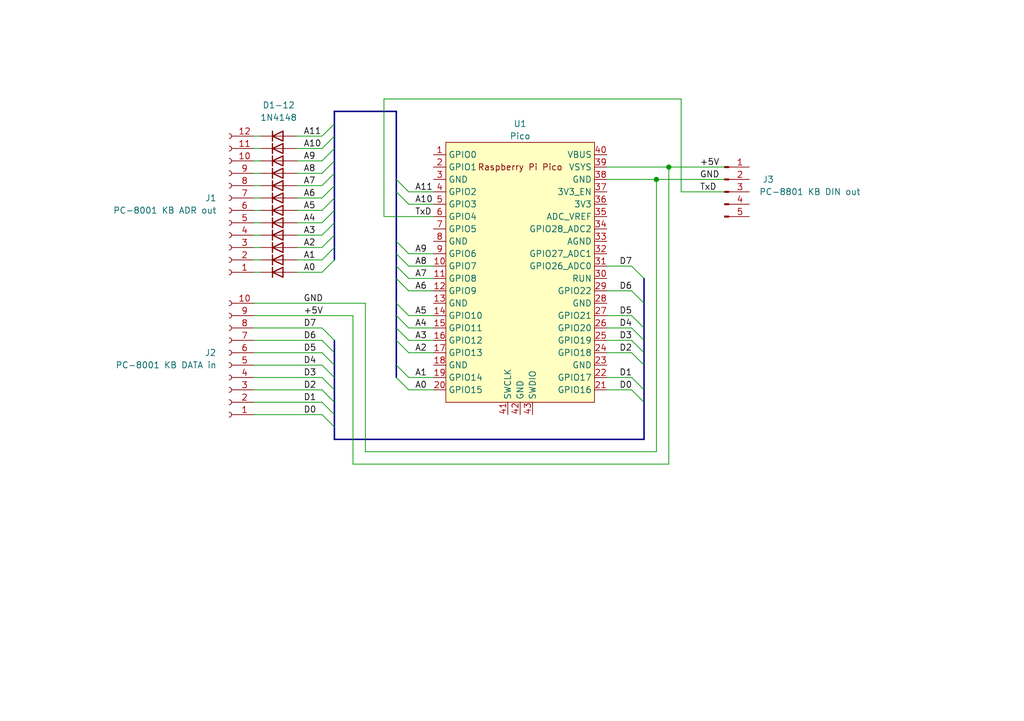
<source format=kicad_sch>
(kicad_sch (version 20230121) (generator eeschema)

  (uuid f97ac323-e54f-489d-897b-e1f3f1fc7e99)

  (paper "A5")

  (title_block
    (title "PC-8001 Keyboard to PC-8801(DIN5p type)")
    (company "Hiroaki GOTO as GORRY")
  )

  (lib_symbols
    (symbol "Connector:Conn_01x05_Pin" (pin_names (offset 1.016) hide) (in_bom yes) (on_board yes)
      (property "Reference" "J" (at 0 7.62 0)
        (effects (font (size 1.27 1.27)))
      )
      (property "Value" "Conn_01x05_Pin" (at 0 -7.62 0)
        (effects (font (size 1.27 1.27)))
      )
      (property "Footprint" "" (at 0 0 0)
        (effects (font (size 1.27 1.27)) hide)
      )
      (property "Datasheet" "~" (at 0 0 0)
        (effects (font (size 1.27 1.27)) hide)
      )
      (property "ki_locked" "" (at 0 0 0)
        (effects (font (size 1.27 1.27)))
      )
      (property "ki_keywords" "connector" (at 0 0 0)
        (effects (font (size 1.27 1.27)) hide)
      )
      (property "ki_description" "Generic connector, single row, 01x05, script generated" (at 0 0 0)
        (effects (font (size 1.27 1.27)) hide)
      )
      (property "ki_fp_filters" "Connector*:*_1x??_*" (at 0 0 0)
        (effects (font (size 1.27 1.27)) hide)
      )
      (symbol "Conn_01x05_Pin_1_1"
        (polyline
          (pts
            (xy 1.27 -5.08)
            (xy 0.8636 -5.08)
          )
          (stroke (width 0.1524) (type default))
          (fill (type none))
        )
        (polyline
          (pts
            (xy 1.27 -2.54)
            (xy 0.8636 -2.54)
          )
          (stroke (width 0.1524) (type default))
          (fill (type none))
        )
        (polyline
          (pts
            (xy 1.27 0)
            (xy 0.8636 0)
          )
          (stroke (width 0.1524) (type default))
          (fill (type none))
        )
        (polyline
          (pts
            (xy 1.27 2.54)
            (xy 0.8636 2.54)
          )
          (stroke (width 0.1524) (type default))
          (fill (type none))
        )
        (polyline
          (pts
            (xy 1.27 5.08)
            (xy 0.8636 5.08)
          )
          (stroke (width 0.1524) (type default))
          (fill (type none))
        )
        (rectangle (start 0.8636 -4.953) (end 0 -5.207)
          (stroke (width 0.1524) (type default))
          (fill (type outline))
        )
        (rectangle (start 0.8636 -2.413) (end 0 -2.667)
          (stroke (width 0.1524) (type default))
          (fill (type outline))
        )
        (rectangle (start 0.8636 0.127) (end 0 -0.127)
          (stroke (width 0.1524) (type default))
          (fill (type outline))
        )
        (rectangle (start 0.8636 2.667) (end 0 2.413)
          (stroke (width 0.1524) (type default))
          (fill (type outline))
        )
        (rectangle (start 0.8636 5.207) (end 0 4.953)
          (stroke (width 0.1524) (type default))
          (fill (type outline))
        )
        (pin passive line (at 5.08 5.08 180) (length 3.81)
          (name "Pin_1" (effects (font (size 1.27 1.27))))
          (number "1" (effects (font (size 1.27 1.27))))
        )
        (pin passive line (at 5.08 2.54 180) (length 3.81)
          (name "Pin_2" (effects (font (size 1.27 1.27))))
          (number "2" (effects (font (size 1.27 1.27))))
        )
        (pin passive line (at 5.08 0 180) (length 3.81)
          (name "Pin_3" (effects (font (size 1.27 1.27))))
          (number "3" (effects (font (size 1.27 1.27))))
        )
        (pin passive line (at 5.08 -2.54 180) (length 3.81)
          (name "Pin_4" (effects (font (size 1.27 1.27))))
          (number "4" (effects (font (size 1.27 1.27))))
        )
        (pin passive line (at 5.08 -5.08 180) (length 3.81)
          (name "Pin_5" (effects (font (size 1.27 1.27))))
          (number "5" (effects (font (size 1.27 1.27))))
        )
      )
    )
    (symbol "Connector:Conn_01x10_Socket" (pin_names (offset 1.016) hide) (in_bom yes) (on_board yes)
      (property "Reference" "J" (at 0 12.7 0)
        (effects (font (size 1.27 1.27)))
      )
      (property "Value" "Conn_01x10_Socket" (at 0 -15.24 0)
        (effects (font (size 1.27 1.27)))
      )
      (property "Footprint" "" (at 0 0 0)
        (effects (font (size 1.27 1.27)) hide)
      )
      (property "Datasheet" "~" (at 0 0 0)
        (effects (font (size 1.27 1.27)) hide)
      )
      (property "ki_locked" "" (at 0 0 0)
        (effects (font (size 1.27 1.27)))
      )
      (property "ki_keywords" "connector" (at 0 0 0)
        (effects (font (size 1.27 1.27)) hide)
      )
      (property "ki_description" "Generic connector, single row, 01x10, script generated" (at 0 0 0)
        (effects (font (size 1.27 1.27)) hide)
      )
      (property "ki_fp_filters" "Connector*:*_1x??_*" (at 0 0 0)
        (effects (font (size 1.27 1.27)) hide)
      )
      (symbol "Conn_01x10_Socket_1_1"
        (arc (start 0 -12.192) (mid -0.5058 -12.7) (end 0 -13.208)
          (stroke (width 0.1524) (type default))
          (fill (type none))
        )
        (arc (start 0 -9.652) (mid -0.5058 -10.16) (end 0 -10.668)
          (stroke (width 0.1524) (type default))
          (fill (type none))
        )
        (arc (start 0 -7.112) (mid -0.5058 -7.62) (end 0 -8.128)
          (stroke (width 0.1524) (type default))
          (fill (type none))
        )
        (arc (start 0 -4.572) (mid -0.5058 -5.08) (end 0 -5.588)
          (stroke (width 0.1524) (type default))
          (fill (type none))
        )
        (arc (start 0 -2.032) (mid -0.5058 -2.54) (end 0 -3.048)
          (stroke (width 0.1524) (type default))
          (fill (type none))
        )
        (polyline
          (pts
            (xy -1.27 -12.7)
            (xy -0.508 -12.7)
          )
          (stroke (width 0.1524) (type default))
          (fill (type none))
        )
        (polyline
          (pts
            (xy -1.27 -10.16)
            (xy -0.508 -10.16)
          )
          (stroke (width 0.1524) (type default))
          (fill (type none))
        )
        (polyline
          (pts
            (xy -1.27 -7.62)
            (xy -0.508 -7.62)
          )
          (stroke (width 0.1524) (type default))
          (fill (type none))
        )
        (polyline
          (pts
            (xy -1.27 -5.08)
            (xy -0.508 -5.08)
          )
          (stroke (width 0.1524) (type default))
          (fill (type none))
        )
        (polyline
          (pts
            (xy -1.27 -2.54)
            (xy -0.508 -2.54)
          )
          (stroke (width 0.1524) (type default))
          (fill (type none))
        )
        (polyline
          (pts
            (xy -1.27 0)
            (xy -0.508 0)
          )
          (stroke (width 0.1524) (type default))
          (fill (type none))
        )
        (polyline
          (pts
            (xy -1.27 2.54)
            (xy -0.508 2.54)
          )
          (stroke (width 0.1524) (type default))
          (fill (type none))
        )
        (polyline
          (pts
            (xy -1.27 5.08)
            (xy -0.508 5.08)
          )
          (stroke (width 0.1524) (type default))
          (fill (type none))
        )
        (polyline
          (pts
            (xy -1.27 7.62)
            (xy -0.508 7.62)
          )
          (stroke (width 0.1524) (type default))
          (fill (type none))
        )
        (polyline
          (pts
            (xy -1.27 10.16)
            (xy -0.508 10.16)
          )
          (stroke (width 0.1524) (type default))
          (fill (type none))
        )
        (arc (start 0 0.508) (mid -0.5058 0) (end 0 -0.508)
          (stroke (width 0.1524) (type default))
          (fill (type none))
        )
        (arc (start 0 3.048) (mid -0.5058 2.54) (end 0 2.032)
          (stroke (width 0.1524) (type default))
          (fill (type none))
        )
        (arc (start 0 5.588) (mid -0.5058 5.08) (end 0 4.572)
          (stroke (width 0.1524) (type default))
          (fill (type none))
        )
        (arc (start 0 8.128) (mid -0.5058 7.62) (end 0 7.112)
          (stroke (width 0.1524) (type default))
          (fill (type none))
        )
        (arc (start 0 10.668) (mid -0.5058 10.16) (end 0 9.652)
          (stroke (width 0.1524) (type default))
          (fill (type none))
        )
        (pin passive line (at -5.08 10.16 0) (length 3.81)
          (name "Pin_1" (effects (font (size 1.27 1.27))))
          (number "1" (effects (font (size 1.27 1.27))))
        )
        (pin passive line (at -5.08 -12.7 0) (length 3.81)
          (name "Pin_10" (effects (font (size 1.27 1.27))))
          (number "10" (effects (font (size 1.27 1.27))))
        )
        (pin passive line (at -5.08 7.62 0) (length 3.81)
          (name "Pin_2" (effects (font (size 1.27 1.27))))
          (number "2" (effects (font (size 1.27 1.27))))
        )
        (pin passive line (at -5.08 5.08 0) (length 3.81)
          (name "Pin_3" (effects (font (size 1.27 1.27))))
          (number "3" (effects (font (size 1.27 1.27))))
        )
        (pin passive line (at -5.08 2.54 0) (length 3.81)
          (name "Pin_4" (effects (font (size 1.27 1.27))))
          (number "4" (effects (font (size 1.27 1.27))))
        )
        (pin passive line (at -5.08 0 0) (length 3.81)
          (name "Pin_5" (effects (font (size 1.27 1.27))))
          (number "5" (effects (font (size 1.27 1.27))))
        )
        (pin passive line (at -5.08 -2.54 0) (length 3.81)
          (name "Pin_6" (effects (font (size 1.27 1.27))))
          (number "6" (effects (font (size 1.27 1.27))))
        )
        (pin passive line (at -5.08 -5.08 0) (length 3.81)
          (name "Pin_7" (effects (font (size 1.27 1.27))))
          (number "7" (effects (font (size 1.27 1.27))))
        )
        (pin passive line (at -5.08 -7.62 0) (length 3.81)
          (name "Pin_8" (effects (font (size 1.27 1.27))))
          (number "8" (effects (font (size 1.27 1.27))))
        )
        (pin passive line (at -5.08 -10.16 0) (length 3.81)
          (name "Pin_9" (effects (font (size 1.27 1.27))))
          (number "9" (effects (font (size 1.27 1.27))))
        )
      )
    )
    (symbol "Connector:Conn_01x12_Socket" (pin_names (offset 1.016) hide) (in_bom yes) (on_board yes)
      (property "Reference" "J" (at 0 15.24 0)
        (effects (font (size 1.27 1.27)))
      )
      (property "Value" "Conn_01x12_Socket" (at 0 -17.78 0)
        (effects (font (size 1.27 1.27)))
      )
      (property "Footprint" "" (at 0 0 0)
        (effects (font (size 1.27 1.27)) hide)
      )
      (property "Datasheet" "~" (at 0 0 0)
        (effects (font (size 1.27 1.27)) hide)
      )
      (property "ki_locked" "" (at 0 0 0)
        (effects (font (size 1.27 1.27)))
      )
      (property "ki_keywords" "connector" (at 0 0 0)
        (effects (font (size 1.27 1.27)) hide)
      )
      (property "ki_description" "Generic connector, single row, 01x12, script generated" (at 0 0 0)
        (effects (font (size 1.27 1.27)) hide)
      )
      (property "ki_fp_filters" "Connector*:*_1x??_*" (at 0 0 0)
        (effects (font (size 1.27 1.27)) hide)
      )
      (symbol "Conn_01x12_Socket_1_1"
        (arc (start 0 -14.732) (mid -0.5058 -15.24) (end 0 -15.748)
          (stroke (width 0.1524) (type default))
          (fill (type none))
        )
        (arc (start 0 -12.192) (mid -0.5058 -12.7) (end 0 -13.208)
          (stroke (width 0.1524) (type default))
          (fill (type none))
        )
        (arc (start 0 -9.652) (mid -0.5058 -10.16) (end 0 -10.668)
          (stroke (width 0.1524) (type default))
          (fill (type none))
        )
        (arc (start 0 -7.112) (mid -0.5058 -7.62) (end 0 -8.128)
          (stroke (width 0.1524) (type default))
          (fill (type none))
        )
        (arc (start 0 -4.572) (mid -0.5058 -5.08) (end 0 -5.588)
          (stroke (width 0.1524) (type default))
          (fill (type none))
        )
        (arc (start 0 -2.032) (mid -0.5058 -2.54) (end 0 -3.048)
          (stroke (width 0.1524) (type default))
          (fill (type none))
        )
        (polyline
          (pts
            (xy -1.27 -15.24)
            (xy -0.508 -15.24)
          )
          (stroke (width 0.1524) (type default))
          (fill (type none))
        )
        (polyline
          (pts
            (xy -1.27 -12.7)
            (xy -0.508 -12.7)
          )
          (stroke (width 0.1524) (type default))
          (fill (type none))
        )
        (polyline
          (pts
            (xy -1.27 -10.16)
            (xy -0.508 -10.16)
          )
          (stroke (width 0.1524) (type default))
          (fill (type none))
        )
        (polyline
          (pts
            (xy -1.27 -7.62)
            (xy -0.508 -7.62)
          )
          (stroke (width 0.1524) (type default))
          (fill (type none))
        )
        (polyline
          (pts
            (xy -1.27 -5.08)
            (xy -0.508 -5.08)
          )
          (stroke (width 0.1524) (type default))
          (fill (type none))
        )
        (polyline
          (pts
            (xy -1.27 -2.54)
            (xy -0.508 -2.54)
          )
          (stroke (width 0.1524) (type default))
          (fill (type none))
        )
        (polyline
          (pts
            (xy -1.27 0)
            (xy -0.508 0)
          )
          (stroke (width 0.1524) (type default))
          (fill (type none))
        )
        (polyline
          (pts
            (xy -1.27 2.54)
            (xy -0.508 2.54)
          )
          (stroke (width 0.1524) (type default))
          (fill (type none))
        )
        (polyline
          (pts
            (xy -1.27 5.08)
            (xy -0.508 5.08)
          )
          (stroke (width 0.1524) (type default))
          (fill (type none))
        )
        (polyline
          (pts
            (xy -1.27 7.62)
            (xy -0.508 7.62)
          )
          (stroke (width 0.1524) (type default))
          (fill (type none))
        )
        (polyline
          (pts
            (xy -1.27 10.16)
            (xy -0.508 10.16)
          )
          (stroke (width 0.1524) (type default))
          (fill (type none))
        )
        (polyline
          (pts
            (xy -1.27 12.7)
            (xy -0.508 12.7)
          )
          (stroke (width 0.1524) (type default))
          (fill (type none))
        )
        (arc (start 0 0.508) (mid -0.5058 0) (end 0 -0.508)
          (stroke (width 0.1524) (type default))
          (fill (type none))
        )
        (arc (start 0 3.048) (mid -0.5058 2.54) (end 0 2.032)
          (stroke (width 0.1524) (type default))
          (fill (type none))
        )
        (arc (start 0 5.588) (mid -0.5058 5.08) (end 0 4.572)
          (stroke (width 0.1524) (type default))
          (fill (type none))
        )
        (arc (start 0 8.128) (mid -0.5058 7.62) (end 0 7.112)
          (stroke (width 0.1524) (type default))
          (fill (type none))
        )
        (arc (start 0 10.668) (mid -0.5058 10.16) (end 0 9.652)
          (stroke (width 0.1524) (type default))
          (fill (type none))
        )
        (arc (start 0 13.208) (mid -0.5058 12.7) (end 0 12.192)
          (stroke (width 0.1524) (type default))
          (fill (type none))
        )
        (pin passive line (at -5.08 12.7 0) (length 3.81)
          (name "Pin_1" (effects (font (size 1.27 1.27))))
          (number "1" (effects (font (size 1.27 1.27))))
        )
        (pin passive line (at -5.08 -10.16 0) (length 3.81)
          (name "Pin_10" (effects (font (size 1.27 1.27))))
          (number "10" (effects (font (size 1.27 1.27))))
        )
        (pin passive line (at -5.08 -12.7 0) (length 3.81)
          (name "Pin_11" (effects (font (size 1.27 1.27))))
          (number "11" (effects (font (size 1.27 1.27))))
        )
        (pin passive line (at -5.08 -15.24 0) (length 3.81)
          (name "Pin_12" (effects (font (size 1.27 1.27))))
          (number "12" (effects (font (size 1.27 1.27))))
        )
        (pin passive line (at -5.08 10.16 0) (length 3.81)
          (name "Pin_2" (effects (font (size 1.27 1.27))))
          (number "2" (effects (font (size 1.27 1.27))))
        )
        (pin passive line (at -5.08 7.62 0) (length 3.81)
          (name "Pin_3" (effects (font (size 1.27 1.27))))
          (number "3" (effects (font (size 1.27 1.27))))
        )
        (pin passive line (at -5.08 5.08 0) (length 3.81)
          (name "Pin_4" (effects (font (size 1.27 1.27))))
          (number "4" (effects (font (size 1.27 1.27))))
        )
        (pin passive line (at -5.08 2.54 0) (length 3.81)
          (name "Pin_5" (effects (font (size 1.27 1.27))))
          (number "5" (effects (font (size 1.27 1.27))))
        )
        (pin passive line (at -5.08 0 0) (length 3.81)
          (name "Pin_6" (effects (font (size 1.27 1.27))))
          (number "6" (effects (font (size 1.27 1.27))))
        )
        (pin passive line (at -5.08 -2.54 0) (length 3.81)
          (name "Pin_7" (effects (font (size 1.27 1.27))))
          (number "7" (effects (font (size 1.27 1.27))))
        )
        (pin passive line (at -5.08 -5.08 0) (length 3.81)
          (name "Pin_8" (effects (font (size 1.27 1.27))))
          (number "8" (effects (font (size 1.27 1.27))))
        )
        (pin passive line (at -5.08 -7.62 0) (length 3.81)
          (name "Pin_9" (effects (font (size 1.27 1.27))))
          (number "9" (effects (font (size 1.27 1.27))))
        )
      )
    )
    (symbol "Diode:1N4148-small" (pin_numbers hide) (pin_names hide) (in_bom yes) (on_board yes)
      (property "Reference" "D1-12" (at 0 6.35 0)
        (effects (font (size 1.27 1.27)))
      )
      (property "Value" "1N4148" (at 0 3.81 0)
        (effects (font (size 1.27 1.27)))
      )
      (property "Footprint" "Diode_THT:D_DO-35_SOD27_P7.62mm_Horizontal" (at 0 0 0)
        (effects (font (size 1.27 1.27)) hide)
      )
      (property "Datasheet" "https://assets.nexperia.com/documents/data-sheet/1N4148_1N4448.pdf" (at 0 0 0)
        (effects (font (size 1.27 1.27)) hide)
      )
      (property "Sim.Pins" "1=K 2=A" (at 0 0 0)
        (effects (font (size 1.27 1.27)) hide)
      )
      (property "Sim.Device" "D" (at 0 0 0)
        (effects (font (size 1.27 1.27)) hide)
      )
      (property "ki_keywords" "diode" (at 0 0 0)
        (effects (font (size 1.27 1.27)) hide)
      )
      (property "ki_description" "100V 0.15A standard switching diode, DO-35" (at 0 0 0)
        (effects (font (size 1.27 1.27)) hide)
      )
      (property "ki_fp_filters" "D*DO?35*" (at 0 0 0)
        (effects (font (size 1.27 1.27)) hide)
      )
      (symbol "1N4148-small_0_1"
        (polyline
          (pts
            (xy -1.27 1.016)
            (xy -1.27 -1.016)
          )
          (stroke (width 0.254) (type default))
          (fill (type none))
        )
        (polyline
          (pts
            (xy 1.27 0)
            (xy -1.27 0)
          )
          (stroke (width 0) (type default))
          (fill (type none))
        )
        (polyline
          (pts
            (xy 0.889 1.016)
            (xy 0.889 -1.016)
            (xy -1.27 0)
            (xy 0.889 1.016)
          )
          (stroke (width 0.254) (type default))
          (fill (type none))
        )
      )
      (symbol "1N4148-small_1_1"
        (pin passive line (at -3.81 0 0) (length 2.54)
          (name "K" (effects (font (size 1.27 1.27))))
          (number "1" (effects (font (size 1.27 1.27))))
        )
        (pin passive line (at 3.81 0 180) (length 2.54)
          (name "A" (effects (font (size 1.27 1.27))))
          (number "2" (effects (font (size 1.27 1.27))))
        )
      )
    )
    (symbol "MCU_RaspberryPi_and_Boards:Pico" (in_bom yes) (on_board yes)
      (property "Reference" "U" (at -13.97 27.94 0)
        (effects (font (size 1.27 1.27)))
      )
      (property "Value" "Pico" (at 0 19.05 0)
        (effects (font (size 1.27 1.27)))
      )
      (property "Footprint" "RPi_Pico:RPi_Pico_SMD_TH" (at 0 0 90)
        (effects (font (size 1.27 1.27)) hide)
      )
      (property "Datasheet" "" (at 0 0 0)
        (effects (font (size 1.27 1.27)) hide)
      )
      (symbol "Pico_0_0"
        (text "Raspberry Pi Pico" (at 0 21.59 0)
          (effects (font (size 1.27 1.27)))
        )
      )
      (symbol "Pico_0_1"
        (rectangle (start -15.24 26.67) (end 15.24 -26.67)
          (stroke (width 0) (type default))
          (fill (type background))
        )
      )
      (symbol "Pico_1_1"
        (pin bidirectional line (at -17.78 24.13 0) (length 2.54)
          (name "GPIO0" (effects (font (size 1.27 1.27))))
          (number "1" (effects (font (size 1.27 1.27))))
        )
        (pin bidirectional line (at -17.78 1.27 0) (length 2.54)
          (name "GPIO7" (effects (font (size 1.27 1.27))))
          (number "10" (effects (font (size 1.27 1.27))))
        )
        (pin bidirectional line (at -17.78 -1.27 0) (length 2.54)
          (name "GPIO8" (effects (font (size 1.27 1.27))))
          (number "11" (effects (font (size 1.27 1.27))))
        )
        (pin bidirectional line (at -17.78 -3.81 0) (length 2.54)
          (name "GPIO9" (effects (font (size 1.27 1.27))))
          (number "12" (effects (font (size 1.27 1.27))))
        )
        (pin power_in line (at -17.78 -6.35 0) (length 2.54)
          (name "GND" (effects (font (size 1.27 1.27))))
          (number "13" (effects (font (size 1.27 1.27))))
        )
        (pin bidirectional line (at -17.78 -8.89 0) (length 2.54)
          (name "GPIO10" (effects (font (size 1.27 1.27))))
          (number "14" (effects (font (size 1.27 1.27))))
        )
        (pin bidirectional line (at -17.78 -11.43 0) (length 2.54)
          (name "GPIO11" (effects (font (size 1.27 1.27))))
          (number "15" (effects (font (size 1.27 1.27))))
        )
        (pin bidirectional line (at -17.78 -13.97 0) (length 2.54)
          (name "GPIO12" (effects (font (size 1.27 1.27))))
          (number "16" (effects (font (size 1.27 1.27))))
        )
        (pin bidirectional line (at -17.78 -16.51 0) (length 2.54)
          (name "GPIO13" (effects (font (size 1.27 1.27))))
          (number "17" (effects (font (size 1.27 1.27))))
        )
        (pin power_in line (at -17.78 -19.05 0) (length 2.54)
          (name "GND" (effects (font (size 1.27 1.27))))
          (number "18" (effects (font (size 1.27 1.27))))
        )
        (pin bidirectional line (at -17.78 -21.59 0) (length 2.54)
          (name "GPIO14" (effects (font (size 1.27 1.27))))
          (number "19" (effects (font (size 1.27 1.27))))
        )
        (pin bidirectional line (at -17.78 21.59 0) (length 2.54)
          (name "GPIO1" (effects (font (size 1.27 1.27))))
          (number "2" (effects (font (size 1.27 1.27))))
        )
        (pin bidirectional line (at -17.78 -24.13 0) (length 2.54)
          (name "GPIO15" (effects (font (size 1.27 1.27))))
          (number "20" (effects (font (size 1.27 1.27))))
        )
        (pin bidirectional line (at 17.78 -24.13 180) (length 2.54)
          (name "GPIO16" (effects (font (size 1.27 1.27))))
          (number "21" (effects (font (size 1.27 1.27))))
        )
        (pin bidirectional line (at 17.78 -21.59 180) (length 2.54)
          (name "GPIO17" (effects (font (size 1.27 1.27))))
          (number "22" (effects (font (size 1.27 1.27))))
        )
        (pin power_in line (at 17.78 -19.05 180) (length 2.54)
          (name "GND" (effects (font (size 1.27 1.27))))
          (number "23" (effects (font (size 1.27 1.27))))
        )
        (pin bidirectional line (at 17.78 -16.51 180) (length 2.54)
          (name "GPIO18" (effects (font (size 1.27 1.27))))
          (number "24" (effects (font (size 1.27 1.27))))
        )
        (pin bidirectional line (at 17.78 -13.97 180) (length 2.54)
          (name "GPIO19" (effects (font (size 1.27 1.27))))
          (number "25" (effects (font (size 1.27 1.27))))
        )
        (pin bidirectional line (at 17.78 -11.43 180) (length 2.54)
          (name "GPIO20" (effects (font (size 1.27 1.27))))
          (number "26" (effects (font (size 1.27 1.27))))
        )
        (pin bidirectional line (at 17.78 -8.89 180) (length 2.54)
          (name "GPIO21" (effects (font (size 1.27 1.27))))
          (number "27" (effects (font (size 1.27 1.27))))
        )
        (pin power_in line (at 17.78 -6.35 180) (length 2.54)
          (name "GND" (effects (font (size 1.27 1.27))))
          (number "28" (effects (font (size 1.27 1.27))))
        )
        (pin bidirectional line (at 17.78 -3.81 180) (length 2.54)
          (name "GPIO22" (effects (font (size 1.27 1.27))))
          (number "29" (effects (font (size 1.27 1.27))))
        )
        (pin power_in line (at -17.78 19.05 0) (length 2.54)
          (name "GND" (effects (font (size 1.27 1.27))))
          (number "3" (effects (font (size 1.27 1.27))))
        )
        (pin input line (at 17.78 -1.27 180) (length 2.54)
          (name "RUN" (effects (font (size 1.27 1.27))))
          (number "30" (effects (font (size 1.27 1.27))))
        )
        (pin bidirectional line (at 17.78 1.27 180) (length 2.54)
          (name "GPIO26_ADC0" (effects (font (size 1.27 1.27))))
          (number "31" (effects (font (size 1.27 1.27))))
        )
        (pin bidirectional line (at 17.78 3.81 180) (length 2.54)
          (name "GPIO27_ADC1" (effects (font (size 1.27 1.27))))
          (number "32" (effects (font (size 1.27 1.27))))
        )
        (pin power_in line (at 17.78 6.35 180) (length 2.54)
          (name "AGND" (effects (font (size 1.27 1.27))))
          (number "33" (effects (font (size 1.27 1.27))))
        )
        (pin bidirectional line (at 17.78 8.89 180) (length 2.54)
          (name "GPIO28_ADC2" (effects (font (size 1.27 1.27))))
          (number "34" (effects (font (size 1.27 1.27))))
        )
        (pin power_in line (at 17.78 11.43 180) (length 2.54)
          (name "ADC_VREF" (effects (font (size 1.27 1.27))))
          (number "35" (effects (font (size 1.27 1.27))))
        )
        (pin power_in line (at 17.78 13.97 180) (length 2.54)
          (name "3V3" (effects (font (size 1.27 1.27))))
          (number "36" (effects (font (size 1.27 1.27))))
        )
        (pin input line (at 17.78 16.51 180) (length 2.54)
          (name "3V3_EN" (effects (font (size 1.27 1.27))))
          (number "37" (effects (font (size 1.27 1.27))))
        )
        (pin bidirectional line (at 17.78 19.05 180) (length 2.54)
          (name "GND" (effects (font (size 1.27 1.27))))
          (number "38" (effects (font (size 1.27 1.27))))
        )
        (pin power_in line (at 17.78 21.59 180) (length 2.54)
          (name "VSYS" (effects (font (size 1.27 1.27))))
          (number "39" (effects (font (size 1.27 1.27))))
        )
        (pin bidirectional line (at -17.78 16.51 0) (length 2.54)
          (name "GPIO2" (effects (font (size 1.27 1.27))))
          (number "4" (effects (font (size 1.27 1.27))))
        )
        (pin power_in line (at 17.78 24.13 180) (length 2.54)
          (name "VBUS" (effects (font (size 1.27 1.27))))
          (number "40" (effects (font (size 1.27 1.27))))
        )
        (pin input line (at -2.54 -29.21 90) (length 2.54)
          (name "SWCLK" (effects (font (size 1.27 1.27))))
          (number "41" (effects (font (size 1.27 1.27))))
        )
        (pin power_in line (at 0 -29.21 90) (length 2.54)
          (name "GND" (effects (font (size 1.27 1.27))))
          (number "42" (effects (font (size 1.27 1.27))))
        )
        (pin bidirectional line (at 2.54 -29.21 90) (length 2.54)
          (name "SWDIO" (effects (font (size 1.27 1.27))))
          (number "43" (effects (font (size 1.27 1.27))))
        )
        (pin bidirectional line (at -17.78 13.97 0) (length 2.54)
          (name "GPIO3" (effects (font (size 1.27 1.27))))
          (number "5" (effects (font (size 1.27 1.27))))
        )
        (pin bidirectional line (at -17.78 11.43 0) (length 2.54)
          (name "GPIO4" (effects (font (size 1.27 1.27))))
          (number "6" (effects (font (size 1.27 1.27))))
        )
        (pin bidirectional line (at -17.78 8.89 0) (length 2.54)
          (name "GPIO5" (effects (font (size 1.27 1.27))))
          (number "7" (effects (font (size 1.27 1.27))))
        )
        (pin power_in line (at -17.78 6.35 0) (length 2.54)
          (name "GND" (effects (font (size 1.27 1.27))))
          (number "8" (effects (font (size 1.27 1.27))))
        )
        (pin bidirectional line (at -17.78 3.81 0) (length 2.54)
          (name "GPIO6" (effects (font (size 1.27 1.27))))
          (number "9" (effects (font (size 1.27 1.27))))
        )
      )
    )
  )

  (junction (at 137.16 34.29) (diameter 0) (color 0 0 0 0)
    (uuid 1dd1cd22-4194-4123-a0be-f6e4f9ba000e)
  )
  (junction (at 134.62 36.83) (diameter 0) (color 0 0 0 0)
    (uuid 5880e4f4-6225-4458-8573-7604d1bea4fe)
  )

  (bus_entry (at 129.54 69.85) (size 2.54 2.54)
    (stroke (width 0) (type default))
    (uuid 126cf546-2298-4597-a126-ae8022354931)
  )
  (bus_entry (at 129.54 80.01) (size 2.54 2.54)
    (stroke (width 0) (type default))
    (uuid 12739817-60e6-45bd-b225-7538441bcdc8)
  )
  (bus_entry (at 81.28 64.77) (size 2.54 2.54)
    (stroke (width 0) (type default))
    (uuid 144d7386-4f8c-4fc6-8b2d-d709f2783156)
  )
  (bus_entry (at 81.28 52.07) (size 2.54 2.54)
    (stroke (width 0) (type default))
    (uuid 1bfd703a-1d62-4d30-bac3-63cde939832e)
  )
  (bus_entry (at 66.04 74.93) (size 2.54 2.54)
    (stroke (width 0) (type default))
    (uuid 1d3a7a44-39a9-41c3-82c6-a391ae1dc50d)
  )
  (bus_entry (at 66.04 50.8) (size 2.54 -2.54)
    (stroke (width 0) (type default))
    (uuid 23640244-bc70-401b-886e-83ca33c8a052)
  )
  (bus_entry (at 66.04 40.64) (size 2.54 -2.54)
    (stroke (width 0) (type default))
    (uuid 24fdfd61-0254-4d2c-b474-29c8b7ebb84c)
  )
  (bus_entry (at 129.54 67.31) (size 2.54 2.54)
    (stroke (width 0) (type default))
    (uuid 26d41fb6-2b14-4d56-9c55-913313ca0d85)
  )
  (bus_entry (at 81.28 39.37) (size 2.54 2.54)
    (stroke (width 0) (type default))
    (uuid 32399873-3758-42a7-82fa-c1844e220662)
  )
  (bus_entry (at 66.04 43.18) (size 2.54 -2.54)
    (stroke (width 0) (type default))
    (uuid 463370f7-57fe-4e8e-b018-99d0ff72a3ac)
  )
  (bus_entry (at 66.04 69.85) (size 2.54 2.54)
    (stroke (width 0) (type default))
    (uuid 49e163ca-2217-4ed2-a489-23a7bec2a21d)
  )
  (bus_entry (at 66.04 67.31) (size 2.54 2.54)
    (stroke (width 0) (type default))
    (uuid 4bb47e80-d697-4f29-981c-497be8c8b334)
  )
  (bus_entry (at 66.04 72.39) (size 2.54 2.54)
    (stroke (width 0) (type default))
    (uuid 55085916-144f-4d7f-9c2c-995d5dc03010)
  )
  (bus_entry (at 81.28 62.23) (size 2.54 2.54)
    (stroke (width 0) (type default))
    (uuid 5e6adb57-aa57-4ead-9759-df9b71c1b3c0)
  )
  (bus_entry (at 66.04 85.09) (size 2.54 2.54)
    (stroke (width 0) (type default))
    (uuid 718d3b62-fb90-4dc0-811f-de5cece168e9)
  )
  (bus_entry (at 129.54 54.61) (size 2.54 2.54)
    (stroke (width 0) (type default))
    (uuid 747b081b-3f83-4046-b63d-79862ebc86d6)
  )
  (bus_entry (at 129.54 64.77) (size 2.54 2.54)
    (stroke (width 0) (type default))
    (uuid 81ae46e1-299e-453e-87bb-86238625c458)
  )
  (bus_entry (at 66.04 30.48) (size 2.54 -2.54)
    (stroke (width 0) (type default))
    (uuid 82a930b7-1fcb-4ab5-86d3-82f17e4182cd)
  )
  (bus_entry (at 129.54 72.39) (size 2.54 2.54)
    (stroke (width 0) (type default))
    (uuid 86bc3deb-9e37-4fee-8c4e-22c9aa1e6a91)
  )
  (bus_entry (at 81.28 69.85) (size 2.54 2.54)
    (stroke (width 0) (type default))
    (uuid 8807ba85-1da8-40aa-a516-e01e7f8b3ca1)
  )
  (bus_entry (at 81.28 77.47) (size 2.54 2.54)
    (stroke (width 0) (type default))
    (uuid 8853f50e-f160-44bd-894a-0e219f0b9907)
  )
  (bus_entry (at 81.28 36.83) (size 2.54 2.54)
    (stroke (width 0) (type default))
    (uuid 94ca53c0-17c7-4af7-abea-d6b3307bf17f)
  )
  (bus_entry (at 66.04 48.26) (size 2.54 -2.54)
    (stroke (width 0) (type default))
    (uuid 984349e6-801f-43ae-ab6a-264fe5e47cc5)
  )
  (bus_entry (at 66.04 33.02) (size 2.54 -2.54)
    (stroke (width 0) (type default))
    (uuid 9b5d79e0-f2bc-41fc-b9ba-8420ae594012)
  )
  (bus_entry (at 81.28 49.53) (size 2.54 2.54)
    (stroke (width 0) (type default))
    (uuid a4189e3f-a8b1-4b19-9799-7bbe3058201d)
  )
  (bus_entry (at 66.04 35.56) (size 2.54 -2.54)
    (stroke (width 0) (type default))
    (uuid a912acc0-113a-4f2b-976d-427bac4f6de7)
  )
  (bus_entry (at 66.04 53.34) (size 2.54 -2.54)
    (stroke (width 0) (type default))
    (uuid adaec3c7-e522-40ad-bdc8-87249cd2dc12)
  )
  (bus_entry (at 66.04 55.88) (size 2.54 -2.54)
    (stroke (width 0) (type default))
    (uuid b868d279-81fc-437b-a719-283e308905c9)
  )
  (bus_entry (at 81.28 54.61) (size 2.54 2.54)
    (stroke (width 0) (type default))
    (uuid bd7444a5-bb61-4ce0-8e2c-189d5035bc8d)
  )
  (bus_entry (at 129.54 77.47) (size 2.54 2.54)
    (stroke (width 0) (type default))
    (uuid c01ca5d3-552b-43d8-b96c-d0c4021766e2)
  )
  (bus_entry (at 66.04 45.72) (size 2.54 -2.54)
    (stroke (width 0) (type default))
    (uuid ccbd45c3-41c6-4434-a457-ab191d2f592d)
  )
  (bus_entry (at 81.28 57.15) (size 2.54 2.54)
    (stroke (width 0) (type default))
    (uuid cf08d96a-4f08-4261-969c-521bea1056aa)
  )
  (bus_entry (at 81.28 74.93) (size 2.54 2.54)
    (stroke (width 0) (type default))
    (uuid d790fa69-9170-4cb4-8d5c-bba0beb63509)
  )
  (bus_entry (at 66.04 27.94) (size 2.54 -2.54)
    (stroke (width 0) (type default))
    (uuid df109a5d-2c97-4078-92fb-fbb73d889a27)
  )
  (bus_entry (at 66.04 80.01) (size 2.54 2.54)
    (stroke (width 0) (type default))
    (uuid e5488f64-7964-41a2-b82a-ce508ebeadb0)
  )
  (bus_entry (at 66.04 77.47) (size 2.54 2.54)
    (stroke (width 0) (type default))
    (uuid e75ee575-a55d-419d-b117-89aa67703c94)
  )
  (bus_entry (at 66.04 38.1) (size 2.54 -2.54)
    (stroke (width 0) (type default))
    (uuid f02ae09d-ea2b-4ab8-a3ed-f54dd0ac02dd)
  )
  (bus_entry (at 129.54 59.69) (size 2.54 2.54)
    (stroke (width 0) (type default))
    (uuid f66cd55b-24fc-4a54-928b-c0af6c15f0f8)
  )
  (bus_entry (at 81.28 67.31) (size 2.54 2.54)
    (stroke (width 0) (type default))
    (uuid fa70c0ea-7604-4c53-8887-a41dcc5170e1)
  )
  (bus_entry (at 66.04 82.55) (size 2.54 2.54)
    (stroke (width 0) (type default))
    (uuid fb6ec2db-54fe-438b-927d-0d7691f7f85a)
  )

  (bus (pts (xy 132.08 74.93) (xy 132.08 80.01))
    (stroke (width 0) (type default))
    (uuid 0136f248-7fa3-4dba-818e-c4032fd4f3c9)
  )

  (wire (pts (xy 52.07 69.85) (xy 66.04 69.85))
    (stroke (width 0) (type default))
    (uuid 0232a958-1f07-4e59-89c2-6eb3c8afb213)
  )
  (wire (pts (xy 134.62 92.71) (xy 134.62 36.83))
    (stroke (width 0) (type default))
    (uuid 089bec12-eff0-4a58-bcce-c40ee86c40a3)
  )
  (wire (pts (xy 72.39 64.77) (xy 72.39 95.25))
    (stroke (width 0) (type default))
    (uuid 0b7f8b0a-6b0a-400a-b1e5-096b3b6bb740)
  )
  (wire (pts (xy 52.07 74.93) (xy 66.04 74.93))
    (stroke (width 0) (type default))
    (uuid 0bb359e9-e445-4655-9d96-58f6deff72fe)
  )
  (wire (pts (xy 124.46 54.61) (xy 129.54 54.61))
    (stroke (width 0) (type default))
    (uuid 0dea49ab-941b-4b5e-9fda-229252904056)
  )
  (wire (pts (xy 52.07 72.39) (xy 66.04 72.39))
    (stroke (width 0) (type default))
    (uuid 0f3e87b1-f70d-4c81-9d72-2009ae65b509)
  )
  (wire (pts (xy 52.07 82.55) (xy 66.04 82.55))
    (stroke (width 0) (type default))
    (uuid 0f46df98-8f6f-48c6-ae30-0e7b0c11cfc8)
  )
  (wire (pts (xy 83.82 41.91) (xy 88.9 41.91))
    (stroke (width 0) (type default))
    (uuid 1060442f-2195-4750-9cd3-4b30e0329aae)
  )
  (wire (pts (xy 52.07 64.77) (xy 72.39 64.77))
    (stroke (width 0) (type default))
    (uuid 11e0b280-95ea-4f82-bca5-8ef3730bd5e4)
  )
  (wire (pts (xy 124.46 59.69) (xy 129.54 59.69))
    (stroke (width 0) (type default))
    (uuid 12b35ee3-ac26-40e5-bf8c-be09d7e8618f)
  )
  (wire (pts (xy 52.07 77.47) (xy 66.04 77.47))
    (stroke (width 0) (type default))
    (uuid 1383a18e-3699-4c9a-9525-b941f24a6974)
  )
  (bus (pts (xy 132.08 69.85) (xy 132.08 72.39))
    (stroke (width 0) (type default))
    (uuid 13f788f9-04b5-4b1e-bfbf-aa3bd11a6101)
  )
  (bus (pts (xy 68.58 30.48) (xy 68.58 33.02))
    (stroke (width 0) (type default))
    (uuid 140fa534-95f9-47cf-b0f1-3192e061db4f)
  )

  (wire (pts (xy 60.96 35.56) (xy 66.04 35.56))
    (stroke (width 0) (type default))
    (uuid 16e1a87f-6f9f-4463-898e-dfdbb4aa6b3d)
  )
  (bus (pts (xy 68.58 50.8) (xy 68.58 53.34))
    (stroke (width 0) (type default))
    (uuid 1d5160f2-90d5-415f-b82f-5643240d7ac4)
  )

  (wire (pts (xy 78.74 20.32) (xy 139.7 20.32))
    (stroke (width 0) (type default))
    (uuid 1e3492ad-690f-4259-942d-d93e0ba5d45c)
  )
  (wire (pts (xy 83.82 77.47) (xy 88.9 77.47))
    (stroke (width 0) (type default))
    (uuid 25884eb2-c0f5-4135-9bf9-d889f1efde66)
  )
  (wire (pts (xy 60.96 40.64) (xy 66.04 40.64))
    (stroke (width 0) (type default))
    (uuid 2613cfd6-7dc4-40fb-8b4f-ce05b3514087)
  )
  (wire (pts (xy 52.07 50.8) (xy 53.34 50.8))
    (stroke (width 0) (type default))
    (uuid 26883e82-34c6-4294-bfd2-1c4d6e27fef8)
  )
  (wire (pts (xy 83.82 59.69) (xy 88.9 59.69))
    (stroke (width 0) (type default))
    (uuid 278d1c33-e2d8-4e7d-8f0d-f9a7ee6d4311)
  )
  (wire (pts (xy 60.96 55.88) (xy 66.04 55.88))
    (stroke (width 0) (type default))
    (uuid 2a11d73f-7d81-4fb8-987f-f1eda9f36b96)
  )
  (wire (pts (xy 52.07 33.02) (xy 53.34 33.02))
    (stroke (width 0) (type default))
    (uuid 2bdc0958-cf98-4b65-b83a-ed9cec5fa3ab)
  )
  (bus (pts (xy 68.58 43.18) (xy 68.58 45.72))
    (stroke (width 0) (type default))
    (uuid 2c37e8d8-a8d8-4f91-982f-ace7fec6fbe5)
  )

  (wire (pts (xy 83.82 69.85) (xy 88.9 69.85))
    (stroke (width 0) (type default))
    (uuid 2cf081df-7bf7-4421-ab2d-7058271ff440)
  )
  (wire (pts (xy 83.82 72.39) (xy 88.9 72.39))
    (stroke (width 0) (type default))
    (uuid 2e4efa7b-1dc2-430f-bcbf-662b4b4f231c)
  )
  (wire (pts (xy 52.07 30.48) (xy 53.34 30.48))
    (stroke (width 0) (type default))
    (uuid 2f730406-84a6-48a2-bfb4-44e1f7023d11)
  )
  (wire (pts (xy 139.7 39.37) (xy 148.59 39.37))
    (stroke (width 0) (type default))
    (uuid 315dddaf-36dd-492a-96e7-cf45e1bac288)
  )
  (bus (pts (xy 68.58 35.56) (xy 68.58 38.1))
    (stroke (width 0) (type default))
    (uuid 31f27faa-f89e-4e1b-ad3a-59c57723709d)
  )
  (bus (pts (xy 81.28 57.15) (xy 81.28 54.61))
    (stroke (width 0) (type default))
    (uuid 3410d7ad-88d2-48ae-a516-1be42254c369)
  )

  (wire (pts (xy 52.07 80.01) (xy 66.04 80.01))
    (stroke (width 0) (type default))
    (uuid 34d271b2-5527-425e-9bf2-915cf56982d8)
  )
  (bus (pts (xy 68.58 22.86) (xy 81.28 22.86))
    (stroke (width 0) (type default))
    (uuid 3648efed-fc84-4a86-a83c-d58b9382dadf)
  )

  (wire (pts (xy 60.96 27.94) (xy 66.04 27.94))
    (stroke (width 0) (type default))
    (uuid 3690cd1c-b2c4-454d-96df-5e96363a5894)
  )
  (bus (pts (xy 68.58 90.17) (xy 132.08 90.17))
    (stroke (width 0) (type default))
    (uuid 38711402-4035-49d1-a18f-fac5b32bbe28)
  )
  (bus (pts (xy 68.58 80.01) (xy 68.58 82.55))
    (stroke (width 0) (type default))
    (uuid 38cfa6e3-b3d0-4d28-9285-50fe1f2ee18e)
  )

  (wire (pts (xy 137.16 34.29) (xy 124.46 34.29))
    (stroke (width 0) (type default))
    (uuid 39a5b412-2387-45bc-a605-d663e97b7aae)
  )
  (wire (pts (xy 124.46 72.39) (xy 129.54 72.39))
    (stroke (width 0) (type default))
    (uuid 3b86de6c-988f-45bd-9aca-3a77127146b5)
  )
  (wire (pts (xy 52.07 35.56) (xy 53.34 35.56))
    (stroke (width 0) (type default))
    (uuid 3e57ce17-8d98-4994-ad31-8f4ceb8b9a3b)
  )
  (bus (pts (xy 132.08 57.15) (xy 132.08 62.23))
    (stroke (width 0) (type default))
    (uuid 402d17a8-f512-4d07-b362-576873c6f1ff)
  )
  (bus (pts (xy 68.58 40.64) (xy 68.58 43.18))
    (stroke (width 0) (type default))
    (uuid 4554cec3-e1e1-484b-ba9b-7d8453f05b40)
  )

  (wire (pts (xy 83.82 52.07) (xy 88.9 52.07))
    (stroke (width 0) (type default))
    (uuid 45901b28-8a64-4176-bb02-6adeb7f7e051)
  )
  (wire (pts (xy 52.07 67.31) (xy 66.04 67.31))
    (stroke (width 0) (type default))
    (uuid 460e837e-1c60-4616-a59f-b5b3ac685d2c)
  )
  (bus (pts (xy 132.08 82.55) (xy 132.08 90.17))
    (stroke (width 0) (type default))
    (uuid 46e80acc-11f1-4718-a796-2274d3660cac)
  )

  (wire (pts (xy 60.96 38.1) (xy 66.04 38.1))
    (stroke (width 0) (type default))
    (uuid 486bca63-5662-4f34-93d7-492c1c636164)
  )
  (bus (pts (xy 68.58 45.72) (xy 68.58 48.26))
    (stroke (width 0) (type default))
    (uuid 488b033f-5a5d-4735-9474-1d2c6136c4ae)
  )
  (bus (pts (xy 81.28 64.77) (xy 81.28 62.23))
    (stroke (width 0) (type default))
    (uuid 4b9228c7-0009-4c55-9903-7ac76f3da2d5)
  )
  (bus (pts (xy 81.28 36.83) (xy 81.28 22.86))
    (stroke (width 0) (type default))
    (uuid 4e2f3fdb-4d43-44d0-a1a4-cd75e377bc65)
  )
  (bus (pts (xy 68.58 22.86) (xy 68.58 25.4))
    (stroke (width 0) (type default))
    (uuid 4ea0bf39-3172-47d0-8488-45dcd017ec5e)
  )

  (wire (pts (xy 83.82 54.61) (xy 88.9 54.61))
    (stroke (width 0) (type default))
    (uuid 50bae44f-1b5f-415c-ad5c-deb1a205fb0e)
  )
  (wire (pts (xy 139.7 20.32) (xy 139.7 39.37))
    (stroke (width 0) (type default))
    (uuid 57ead88d-0e62-48ca-a18d-105074aca44e)
  )
  (bus (pts (xy 132.08 80.01) (xy 132.08 82.55))
    (stroke (width 0) (type default))
    (uuid 5983f775-5e6a-4d3f-90f7-52401997bce5)
  )

  (wire (pts (xy 52.07 43.18) (xy 53.34 43.18))
    (stroke (width 0) (type default))
    (uuid 5a8924b9-2313-4e57-97ee-131359f89cff)
  )
  (wire (pts (xy 60.96 43.18) (xy 66.04 43.18))
    (stroke (width 0) (type default))
    (uuid 5b19e973-d5e8-4cab-b0d8-9258ac00c285)
  )
  (bus (pts (xy 68.58 74.93) (xy 68.58 77.47))
    (stroke (width 0) (type default))
    (uuid 6080b666-a8c8-45f9-97de-5961877cba95)
  )

  (wire (pts (xy 60.96 30.48) (xy 66.04 30.48))
    (stroke (width 0) (type default))
    (uuid 62556f02-f92f-4030-86db-e4b5ecaa850d)
  )
  (bus (pts (xy 68.58 82.55) (xy 68.58 85.09))
    (stroke (width 0) (type default))
    (uuid 63c30b6d-cf7f-42b1-a628-5a9729813e1d)
  )

  (wire (pts (xy 52.07 38.1) (xy 53.34 38.1))
    (stroke (width 0) (type default))
    (uuid 663211d9-96ba-4432-a3b8-582e86f36fac)
  )
  (bus (pts (xy 68.58 33.02) (xy 68.58 35.56))
    (stroke (width 0) (type default))
    (uuid 6f371982-e484-4181-8f4d-ecd3cb301970)
  )
  (bus (pts (xy 68.58 27.94) (xy 68.58 30.48))
    (stroke (width 0) (type default))
    (uuid 70ec3f0a-ea34-4c41-9788-9b7d22115461)
  )

  (wire (pts (xy 124.46 64.77) (xy 129.54 64.77))
    (stroke (width 0) (type default))
    (uuid 71ba78fa-2392-48a2-bf69-339f94df4799)
  )
  (bus (pts (xy 81.28 49.53) (xy 81.28 39.37))
    (stroke (width 0) (type default))
    (uuid 7420402b-6f5e-4004-ae33-ff49258a6d1e)
  )
  (bus (pts (xy 68.58 87.63) (xy 68.58 90.17))
    (stroke (width 0) (type default))
    (uuid 78fc267e-0ca9-4a52-b5de-f1e750b16200)
  )

  (wire (pts (xy 52.07 27.94) (xy 53.34 27.94))
    (stroke (width 0) (type default))
    (uuid 7bfce77d-11be-4143-8057-e1ded792e420)
  )
  (wire (pts (xy 83.82 57.15) (xy 88.9 57.15))
    (stroke (width 0) (type default))
    (uuid 7eb46711-5237-44de-9211-8aad13295d97)
  )
  (wire (pts (xy 74.93 92.71) (xy 134.62 92.71))
    (stroke (width 0) (type default))
    (uuid 7f218151-3415-4f4c-b129-7d87ba09e22c)
  )
  (wire (pts (xy 83.82 39.37) (xy 88.9 39.37))
    (stroke (width 0) (type default))
    (uuid 82ffef50-5e5a-4a47-a210-1206f49ee597)
  )
  (wire (pts (xy 134.62 36.83) (xy 124.46 36.83))
    (stroke (width 0) (type default))
    (uuid 839839a9-379a-44e1-a161-50a4f031b59c)
  )
  (wire (pts (xy 52.07 40.64) (xy 53.34 40.64))
    (stroke (width 0) (type default))
    (uuid 87943310-f2bb-452e-96de-5d369f83cc6e)
  )
  (bus (pts (xy 132.08 67.31) (xy 132.08 69.85))
    (stroke (width 0) (type default))
    (uuid 87ec249c-8044-4ed5-b761-2c1182244f4d)
  )
  (bus (pts (xy 81.28 52.07) (xy 81.28 49.53))
    (stroke (width 0) (type default))
    (uuid 88465937-9fad-4a5f-9148-6d08ca544393)
  )
  (bus (pts (xy 68.58 48.26) (xy 68.58 50.8))
    (stroke (width 0) (type default))
    (uuid 8a4a6cfe-bf1f-4f2d-a37e-5f18ade162aa)
  )

  (wire (pts (xy 134.62 36.83) (xy 148.59 36.83))
    (stroke (width 0) (type default))
    (uuid 8ed400aa-65ea-4959-a342-4211927eab60)
  )
  (bus (pts (xy 81.28 54.61) (xy 81.28 52.07))
    (stroke (width 0) (type default))
    (uuid 8f1c30e1-b40b-4f86-b47d-02e7a05d8682)
  )

  (wire (pts (xy 124.46 69.85) (xy 129.54 69.85))
    (stroke (width 0) (type default))
    (uuid 918a908c-1ef0-4d09-af0a-5aef09ee5339)
  )
  (wire (pts (xy 60.96 53.34) (xy 66.04 53.34))
    (stroke (width 0) (type default))
    (uuid 923c34cd-9dba-4652-ad0d-3f5560df10f7)
  )
  (wire (pts (xy 124.46 80.01) (xy 129.54 80.01))
    (stroke (width 0) (type default))
    (uuid 93e41cfc-387c-434b-bed6-2759c0477d84)
  )
  (wire (pts (xy 137.16 34.29) (xy 148.59 34.29))
    (stroke (width 0) (type default))
    (uuid 99d0c188-2913-42c2-94cc-481d8922c8af)
  )
  (wire (pts (xy 137.16 95.25) (xy 137.16 34.29))
    (stroke (width 0) (type default))
    (uuid a100c242-72da-4c46-98fa-32a87533e9c9)
  )
  (wire (pts (xy 78.74 44.45) (xy 78.74 20.32))
    (stroke (width 0) (type default))
    (uuid a3ed55fa-3535-4998-8098-a6eee65f1fe0)
  )
  (wire (pts (xy 83.82 67.31) (xy 88.9 67.31))
    (stroke (width 0) (type default))
    (uuid a3f407ac-ba15-4d1c-adf5-69b94f824f39)
  )
  (bus (pts (xy 68.58 85.09) (xy 68.58 87.63))
    (stroke (width 0) (type default))
    (uuid a886064f-f59c-42c5-a46e-d565e35f2d0d)
  )

  (wire (pts (xy 83.82 64.77) (xy 88.9 64.77))
    (stroke (width 0) (type default))
    (uuid aabcc9c1-ad77-4b4c-a16d-e1945dd45d30)
  )
  (wire (pts (xy 60.96 45.72) (xy 66.04 45.72))
    (stroke (width 0) (type default))
    (uuid ad7af328-6f8f-4bf4-8de1-1f3194a1b263)
  )
  (wire (pts (xy 72.39 95.25) (xy 137.16 95.25))
    (stroke (width 0) (type default))
    (uuid b312fe49-81c5-4464-9a37-f56a6ad61137)
  )
  (wire (pts (xy 74.93 62.23) (xy 74.93 92.71))
    (stroke (width 0) (type default))
    (uuid b3a03c7d-a2f7-4fc5-aa0c-386e92260803)
  )
  (wire (pts (xy 60.96 48.26) (xy 66.04 48.26))
    (stroke (width 0) (type default))
    (uuid b4a85070-c477-496e-9b41-a0068de8a904)
  )
  (wire (pts (xy 88.9 44.45) (xy 78.74 44.45))
    (stroke (width 0) (type default))
    (uuid b5256c79-cfec-4ed0-9ad3-c438a002ee9e)
  )
  (bus (pts (xy 81.28 67.31) (xy 81.28 64.77))
    (stroke (width 0) (type default))
    (uuid b57198f1-3120-4653-8128-865c9e17ab28)
  )
  (bus (pts (xy 81.28 62.23) (xy 81.28 57.15))
    (stroke (width 0) (type default))
    (uuid b7e7c408-5f80-48d0-ae47-039624fe7a22)
  )
  (bus (pts (xy 68.58 25.4) (xy 68.58 27.94))
    (stroke (width 0) (type default))
    (uuid b8453426-5149-4813-aaba-db432d5addb0)
  )

  (wire (pts (xy 52.07 85.09) (xy 66.04 85.09))
    (stroke (width 0) (type default))
    (uuid bcaf2558-5589-4bc7-805d-669796ffe396)
  )
  (wire (pts (xy 52.07 48.26) (xy 53.34 48.26))
    (stroke (width 0) (type default))
    (uuid c03242b2-3d80-4c9f-ba4c-c4b51056693c)
  )
  (bus (pts (xy 68.58 38.1) (xy 68.58 40.64))
    (stroke (width 0) (type default))
    (uuid c249db09-f8e5-4060-86f8-5a0237666bfb)
  )
  (bus (pts (xy 81.28 39.37) (xy 81.28 36.83))
    (stroke (width 0) (type default))
    (uuid c522b196-32ec-4c01-947a-f47b3de73cb1)
  )

  (wire (pts (xy 60.96 50.8) (xy 66.04 50.8))
    (stroke (width 0) (type default))
    (uuid c8a34811-96d9-4fba-8013-d946599a7e0c)
  )
  (bus (pts (xy 132.08 62.23) (xy 132.08 67.31))
    (stroke (width 0) (type default))
    (uuid cda0c814-8266-4c99-835a-fbfd741a4086)
  )

  (wire (pts (xy 60.96 33.02) (xy 66.04 33.02))
    (stroke (width 0) (type default))
    (uuid d15fbfed-8b77-4bd3-96cb-f77d440fab99)
  )
  (wire (pts (xy 83.82 80.01) (xy 88.9 80.01))
    (stroke (width 0) (type default))
    (uuid d3da8bba-76d0-4281-aa25-598f4ae39cdc)
  )
  (bus (pts (xy 68.58 72.39) (xy 68.58 74.93))
    (stroke (width 0) (type default))
    (uuid dc5e1617-6ed5-4575-8ef6-1e987a28e147)
  )

  (wire (pts (xy 124.46 77.47) (xy 129.54 77.47))
    (stroke (width 0) (type default))
    (uuid e2ae6e02-7ef8-4bfb-b0f7-d94761180048)
  )
  (wire (pts (xy 52.07 55.88) (xy 53.34 55.88))
    (stroke (width 0) (type default))
    (uuid e2b38e84-af95-4dd0-9a01-36f8373f707c)
  )
  (wire (pts (xy 124.46 67.31) (xy 129.54 67.31))
    (stroke (width 0) (type default))
    (uuid e3cdc030-21f1-4c6f-ac64-06fe2e8e1021)
  )
  (bus (pts (xy 68.58 77.47) (xy 68.58 80.01))
    (stroke (width 0) (type default))
    (uuid e9f87e1f-aa47-4e6d-99be-6496507ab773)
  )

  (wire (pts (xy 52.07 45.72) (xy 53.34 45.72))
    (stroke (width 0) (type default))
    (uuid ed7c5c20-21e8-45b8-8624-d5c10309d4bf)
  )
  (wire (pts (xy 52.07 62.23) (xy 74.93 62.23))
    (stroke (width 0) (type default))
    (uuid eee5ef34-ba1c-4851-9744-ec4b9798c283)
  )
  (bus (pts (xy 81.28 69.85) (xy 81.28 67.31))
    (stroke (width 0) (type default))
    (uuid eff2fb9b-21e6-4de4-ae17-571cfebba2c1)
  )

  (wire (pts (xy 52.07 53.34) (xy 53.34 53.34))
    (stroke (width 0) (type default))
    (uuid f3dec6f0-b484-404c-a1a7-97bc84471db3)
  )
  (bus (pts (xy 81.28 74.93) (xy 81.28 69.85))
    (stroke (width 0) (type default))
    (uuid f796001b-5923-49f7-bcc6-316a8d4c901d)
  )
  (bus (pts (xy 68.58 69.85) (xy 68.58 72.39))
    (stroke (width 0) (type default))
    (uuid fb4f6345-199c-4d78-9084-d687756ba7dd)
  )
  (bus (pts (xy 81.28 77.47) (xy 81.28 74.93))
    (stroke (width 0) (type default))
    (uuid fbb1fea7-28c7-4545-b16b-4e67dbae8a35)
  )
  (bus (pts (xy 132.08 72.39) (xy 132.08 74.93))
    (stroke (width 0) (type default))
    (uuid fbbcf99f-8fb4-45b9-8b2b-ffdc77094a6d)
  )

  (label "A9" (at 62.23 33.02 0) (fields_autoplaced)
    (effects (font (size 1.27 1.27)) (justify left bottom))
    (uuid 0102b715-6edf-497f-a750-8a9c8e8f68c7)
  )
  (label "D3" (at 127 69.85 0) (fields_autoplaced)
    (effects (font (size 1.27 1.27)) (justify left bottom))
    (uuid 024996eb-0c1a-4318-be5a-b91c352a4291)
  )
  (label "A3" (at 62.23 48.26 0) (fields_autoplaced)
    (effects (font (size 1.27 1.27)) (justify left bottom))
    (uuid 03a4c934-05f8-42cc-bd18-93253e3374f6)
  )
  (label "A1" (at 85.09 77.47 0) (fields_autoplaced)
    (effects (font (size 1.27 1.27)) (justify left bottom))
    (uuid 0bde0640-ebb1-4a5b-bf99-5ca4e7ebb887)
  )
  (label "D0" (at 127 80.01 0) (fields_autoplaced)
    (effects (font (size 1.27 1.27)) (justify left bottom))
    (uuid 12641ee0-7bc0-4b05-9a74-f50876820d96)
  )
  (label "A7" (at 85.09 57.15 0) (fields_autoplaced)
    (effects (font (size 1.27 1.27)) (justify left bottom))
    (uuid 1c5226f3-9a05-4bda-9231-bbfcd68ca8a1)
  )
  (label "D1" (at 127 77.47 0) (fields_autoplaced)
    (effects (font (size 1.27 1.27)) (justify left bottom))
    (uuid 21504a29-e4c4-48d0-b1b7-895964fe5bde)
  )
  (label "D3" (at 62.23 77.47 0) (fields_autoplaced)
    (effects (font (size 1.27 1.27)) (justify left bottom))
    (uuid 21f2aaf3-829d-48cd-b0c3-b71c33c34803)
  )
  (label "A6" (at 62.23 40.64 0) (fields_autoplaced)
    (effects (font (size 1.27 1.27)) (justify left bottom))
    (uuid 227e39cc-4f2a-4adb-85f1-db458139663c)
  )
  (label "TxD" (at 143.51 39.37 0) (fields_autoplaced)
    (effects (font (size 1.27 1.27)) (justify left bottom))
    (uuid 2b47769f-a52b-48be-b43d-5c22c3906f8a)
  )
  (label "+5V" (at 143.51 34.29 0) (fields_autoplaced)
    (effects (font (size 1.27 1.27)) (justify left bottom))
    (uuid 2bfa25ec-5d1c-4fc1-b5dd-571a1c788a33)
  )
  (label "D5" (at 62.23 72.39 0) (fields_autoplaced)
    (effects (font (size 1.27 1.27)) (justify left bottom))
    (uuid 2d4f4aaf-cae7-4a39-b6e7-e9492d422941)
  )
  (label "D7" (at 62.23 67.31 0) (fields_autoplaced)
    (effects (font (size 1.27 1.27)) (justify left bottom))
    (uuid 35cdb963-728f-4bba-892c-77f11628d7d3)
  )
  (label "D6" (at 127 59.69 0) (fields_autoplaced)
    (effects (font (size 1.27 1.27)) (justify left bottom))
    (uuid 3b6d5185-9781-4a64-95ae-f34d6bd20e35)
  )
  (label "A0" (at 85.09 80.01 0) (fields_autoplaced)
    (effects (font (size 1.27 1.27)) (justify left bottom))
    (uuid 3c2f6bd0-f3ba-426c-838e-06309ef53557)
  )
  (label "A0" (at 62.23 55.88 0) (fields_autoplaced)
    (effects (font (size 1.27 1.27)) (justify left bottom))
    (uuid 4206ab11-4b3c-4725-b2b1-c415e8267f84)
  )
  (label "A10" (at 85.09 41.91 0) (fields_autoplaced)
    (effects (font (size 1.27 1.27)) (justify left bottom))
    (uuid 46de3d44-a0b2-4b3b-9655-bfa640cf03a5)
  )
  (label "GND" (at 143.51 36.83 0) (fields_autoplaced)
    (effects (font (size 1.27 1.27)) (justify left bottom))
    (uuid 4805adbf-316d-41bf-8ac0-2d9116f310ca)
  )
  (label "D7" (at 127 54.61 0) (fields_autoplaced)
    (effects (font (size 1.27 1.27)) (justify left bottom))
    (uuid 49547703-5a95-45a5-9f81-755717cbf9ba)
  )
  (label "A6" (at 85.09 59.69 0) (fields_autoplaced)
    (effects (font (size 1.27 1.27)) (justify left bottom))
    (uuid 4b04aca4-87c2-41b5-93f0-3c89d69faba5)
  )
  (label "A1" (at 62.23 53.34 0) (fields_autoplaced)
    (effects (font (size 1.27 1.27)) (justify left bottom))
    (uuid 4e73758e-5819-46c2-aed9-7a6cfb0821ad)
  )
  (label "D4" (at 127 67.31 0) (fields_autoplaced)
    (effects (font (size 1.27 1.27)) (justify left bottom))
    (uuid 5bce692b-c4bd-4da9-b69a-e9b0a3a00013)
  )
  (label "D2" (at 127 72.39 0) (fields_autoplaced)
    (effects (font (size 1.27 1.27)) (justify left bottom))
    (uuid 6854eeea-2687-48e5-99a6-739c1475ee26)
  )
  (label "A4" (at 85.09 67.31 0) (fields_autoplaced)
    (effects (font (size 1.27 1.27)) (justify left bottom))
    (uuid 6d8a5004-2d5e-4af8-b794-380d187609d3)
  )
  (label "D0" (at 62.23 85.09 0) (fields_autoplaced)
    (effects (font (size 1.27 1.27)) (justify left bottom))
    (uuid 6e9f0cf4-852d-4395-8245-33efabbca840)
  )
  (label "A4" (at 62.23 45.72 0) (fields_autoplaced)
    (effects (font (size 1.27 1.27)) (justify left bottom))
    (uuid 804cd104-56d6-479b-923f-620fa4b88c64)
  )
  (label "+5V" (at 62.23 64.77 0) (fields_autoplaced)
    (effects (font (size 1.27 1.27)) (justify left bottom))
    (uuid 8a951272-83dc-4691-a066-921159662b4c)
  )
  (label "D2" (at 62.23 80.01 0) (fields_autoplaced)
    (effects (font (size 1.27 1.27)) (justify left bottom))
    (uuid 8d47dfd8-54d3-4596-875e-9d29fca0d2e5)
  )
  (label "A2" (at 62.23 50.8 0) (fields_autoplaced)
    (effects (font (size 1.27 1.27)) (justify left bottom))
    (uuid 8fd75197-5ad9-4969-aa68-d8fcfeab34cf)
  )
  (label "D1" (at 62.23 82.55 0) (fields_autoplaced)
    (effects (font (size 1.27 1.27)) (justify left bottom))
    (uuid 94205aec-3d50-44d2-9daa-da368be77b58)
  )
  (label "A11" (at 85.09 39.37 0) (fields_autoplaced)
    (effects (font (size 1.27 1.27)) (justify left bottom))
    (uuid 978ac061-6179-4320-8cbb-2c7529430549)
  )
  (label "A9" (at 85.09 52.07 0) (fields_autoplaced)
    (effects (font (size 1.27 1.27)) (justify left bottom))
    (uuid 995a52ab-4aec-4b82-935a-4f4fae780d70)
  )
  (label "A7" (at 62.23 38.1 0) (fields_autoplaced)
    (effects (font (size 1.27 1.27)) (justify left bottom))
    (uuid ac21ec32-5093-446a-b0d6-bdd3ecb71bc0)
  )
  (label "D6" (at 62.23 69.85 0) (fields_autoplaced)
    (effects (font (size 1.27 1.27)) (justify left bottom))
    (uuid b3bd3f06-600f-4038-9edb-88b48180f784)
  )
  (label "TxD" (at 85.09 44.45 0) (fields_autoplaced)
    (effects (font (size 1.27 1.27)) (justify left bottom))
    (uuid b3fb521a-1d91-4a5a-ae7f-454adbcb8a9e)
  )
  (label "D4" (at 62.23 74.93 0) (fields_autoplaced)
    (effects (font (size 1.27 1.27)) (justify left bottom))
    (uuid b5f9b02e-ab94-4de9-a360-2ea635fe0b19)
  )
  (label "D5" (at 127 64.77 0) (fields_autoplaced)
    (effects (font (size 1.27 1.27)) (justify left bottom))
    (uuid b6cabff5-7965-45aa-9f2f-018e8d3c4b0a)
  )
  (label "A8" (at 62.23 35.56 0) (fields_autoplaced)
    (effects (font (size 1.27 1.27)) (justify left bottom))
    (uuid b7d6d939-8d39-48a4-a25d-b9ee5a95e4a2)
  )
  (label "A3" (at 85.09 69.85 0) (fields_autoplaced)
    (effects (font (size 1.27 1.27)) (justify left bottom))
    (uuid c104e2a3-fe6e-4584-a859-fdc5d5f98b8f)
  )
  (label "A5" (at 85.09 64.77 0) (fields_autoplaced)
    (effects (font (size 1.27 1.27)) (justify left bottom))
    (uuid c8446a32-74c1-4e80-b42e-100a899130fa)
  )
  (label "A5" (at 62.23 43.18 0) (fields_autoplaced)
    (effects (font (size 1.27 1.27)) (justify left bottom))
    (uuid cf235eb6-6d26-4bdc-800f-6e87eb38598d)
  )
  (label "A11" (at 62.23 27.94 0) (fields_autoplaced)
    (effects (font (size 1.27 1.27)) (justify left bottom))
    (uuid d18d5496-e4c0-49f0-927a-5846ea9295f3)
  )
  (label "A2" (at 85.09 72.39 0) (fields_autoplaced)
    (effects (font (size 1.27 1.27)) (justify left bottom))
    (uuid d7395431-b204-4df8-8b74-1d8c327dfd65)
  )
  (label "A8" (at 85.09 54.61 0) (fields_autoplaced)
    (effects (font (size 1.27 1.27)) (justify left bottom))
    (uuid e9074289-38c1-45aa-a48d-22884442530a)
  )
  (label "A10" (at 62.23 30.48 0) (fields_autoplaced)
    (effects (font (size 1.27 1.27)) (justify left bottom))
    (uuid f00103b9-90a5-42a7-93a8-86cb70f43dc9)
  )
  (label "GND" (at 62.23 62.23 0) (fields_autoplaced)
    (effects (font (size 1.27 1.27)) (justify left bottom))
    (uuid f475eb8e-caa6-4ab2-bdf3-4fbc65bb05a6)
  )

  (symbol (lib_id "Connector:Conn_01x05_Pin") (at 148.59 39.37 0) (unit 1)
    (in_bom yes) (on_board yes) (dnp no)
    (uuid 014bae04-447a-44ab-ba4f-dbdec33f4247)
    (property "Reference" "J3" (at 158.75 36.83 0)
      (effects (font (size 1.27 1.27)) (justify right))
    )
    (property "Value" "PC-8801 KB DIN out" (at 176.53 39.37 0)
      (effects (font (size 1.27 1.27)) (justify right))
    )
    (property "Footprint" "" (at 148.59 39.37 0)
      (effects (font (size 1.27 1.27)) hide)
    )
    (property "Datasheet" "~" (at 148.59 39.37 0)
      (effects (font (size 1.27 1.27)) hide)
    )
    (pin "1" (uuid 9c75c735-016a-4d96-bc50-40704a10f020))
    (pin "2" (uuid 463a8713-346f-45c5-836b-74f751f78eca))
    (pin "3" (uuid 65730af0-4043-4381-ba4a-b7be8828f1d8))
    (pin "4" (uuid c85678f8-627a-4fa5-b56d-36e13a63bd42))
    (pin "5" (uuid 0c46c30b-5eb1-48df-8af8-5245d3645bf7))
    (instances
      (project "p8kbto88"
        (path "/f97ac323-e54f-489d-897b-e1f3f1fc7e99"
          (reference "J3") (unit 1)
        )
      )
    )
  )

  (symbol (lib_id "Diode:1N4148-small") (at 57.15 50.8 0) (unit 1)
    (in_bom yes) (on_board yes) (dnp no)
    (uuid 1ec91a9c-0a05-4901-a541-bf132eddce21)
    (property "Reference" "D3" (at 57.15 44.45 0)
      (effects (font (size 1.27 1.27)) hide)
    )
    (property "Value" "1N4148" (at 57.15 46.99 0)
      (effects (font (size 1.27 1.27)) hide)
    )
    (property "Footprint" "Diode_THT:D_DO-35_SOD27_P7.62mm_Horizontal" (at 57.15 50.8 0)
      (effects (font (size 1.27 1.27)) hide)
    )
    (property "Datasheet" "https://assets.nexperia.com/documents/data-sheet/1N4148_1N4448.pdf" (at 57.15 50.8 0)
      (effects (font (size 1.27 1.27)) hide)
    )
    (property "Sim.Device" "D" (at 57.15 50.8 0)
      (effects (font (size 1.27 1.27)) hide)
    )
    (property "Sim.Pins" "1=K 2=A" (at 57.15 50.8 0)
      (effects (font (size 1.27 1.27)) hide)
    )
    (pin "1" (uuid 169dc740-8fca-4ce5-b231-b8e360a40d7c))
    (pin "2" (uuid 35b3c6ed-88ec-428b-af65-b5de0ab0af68))
    (instances
      (project "p8kbto88"
        (path "/f97ac323-e54f-489d-897b-e1f3f1fc7e99"
          (reference "D3") (unit 1)
        )
      )
    )
  )

  (symbol (lib_id "Diode:1N4148-small") (at 57.15 45.72 0) (unit 1)
    (in_bom yes) (on_board yes) (dnp no)
    (uuid 24535df1-68b6-4e9a-9ab0-b5f738ddbfbc)
    (property "Reference" "D5" (at 57.15 39.37 0)
      (effects (font (size 1.27 1.27)) hide)
    )
    (property "Value" "1N4148" (at 57.15 41.91 0)
      (effects (font (size 1.27 1.27)) hide)
    )
    (property "Footprint" "Diode_THT:D_DO-35_SOD27_P7.62mm_Horizontal" (at 57.15 45.72 0)
      (effects (font (size 1.27 1.27)) hide)
    )
    (property "Datasheet" "https://assets.nexperia.com/documents/data-sheet/1N4148_1N4448.pdf" (at 57.15 45.72 0)
      (effects (font (size 1.27 1.27)) hide)
    )
    (property "Sim.Device" "D" (at 57.15 45.72 0)
      (effects (font (size 1.27 1.27)) hide)
    )
    (property "Sim.Pins" "1=K 2=A" (at 57.15 45.72 0)
      (effects (font (size 1.27 1.27)) hide)
    )
    (pin "1" (uuid 3b3eb052-3905-4012-bb50-e920cfb8eabc))
    (pin "2" (uuid 629f568a-5f46-4fb2-ac8a-4188578336e0))
    (instances
      (project "p8kbto88"
        (path "/f97ac323-e54f-489d-897b-e1f3f1fc7e99"
          (reference "D5") (unit 1)
        )
      )
    )
  )

  (symbol (lib_id "Diode:1N4148-small") (at 57.15 55.88 0) (unit 1)
    (in_bom yes) (on_board yes) (dnp no)
    (uuid 49833ff1-8a47-4006-b1e5-bf4d86fe599e)
    (property "Reference" "D1" (at 57.15 49.53 0)
      (effects (font (size 1.27 1.27)) hide)
    )
    (property "Value" "1N4148" (at 57.15 52.07 0)
      (effects (font (size 1.27 1.27)) hide)
    )
    (property "Footprint" "Diode_THT:D_DO-35_SOD27_P7.62mm_Horizontal" (at 57.15 55.88 0)
      (effects (font (size 1.27 1.27)) hide)
    )
    (property "Datasheet" "https://assets.nexperia.com/documents/data-sheet/1N4148_1N4448.pdf" (at 57.15 55.88 0)
      (effects (font (size 1.27 1.27)) hide)
    )
    (property "Sim.Device" "D" (at 57.15 55.88 0)
      (effects (font (size 1.27 1.27)) hide)
    )
    (property "Sim.Pins" "1=K 2=A" (at 57.15 55.88 0)
      (effects (font (size 1.27 1.27)) hide)
    )
    (pin "1" (uuid c83d48fb-102c-438d-af29-d61a3f5e8d26))
    (pin "2" (uuid 34dabcd3-cdc8-44e6-aebe-2c687b5188f1))
    (instances
      (project "p8kbto88"
        (path "/f97ac323-e54f-489d-897b-e1f3f1fc7e99"
          (reference "D1") (unit 1)
        )
      )
    )
  )

  (symbol (lib_id "Diode:1N4148-small") (at 57.15 27.94 0) (unit 1)
    (in_bom yes) (on_board yes) (dnp no)
    (uuid 54f12280-13eb-49a2-8535-b6ef622e40a0)
    (property "Reference" "D1-12" (at 57.15 21.59 0)
      (effects (font (size 1.27 1.27)))
    )
    (property "Value" "1N4148" (at 57.15 24.13 0)
      (effects (font (size 1.27 1.27)))
    )
    (property "Footprint" "Diode_THT:D_DO-35_SOD27_P7.62mm_Horizontal" (at 57.15 27.94 0)
      (effects (font (size 1.27 1.27)) hide)
    )
    (property "Datasheet" "https://assets.nexperia.com/documents/data-sheet/1N4148_1N4448.pdf" (at 57.15 27.94 0)
      (effects (font (size 1.27 1.27)) hide)
    )
    (property "Sim.Device" "D" (at 57.15 27.94 0)
      (effects (font (size 1.27 1.27)) hide)
    )
    (property "Sim.Pins" "1=K 2=A" (at 57.15 27.94 0)
      (effects (font (size 1.27 1.27)) hide)
    )
    (pin "1" (uuid 3f3f44ec-47c8-4ff0-b9d2-7df178f6a7b2))
    (pin "2" (uuid 430f90d2-7f1c-4bac-a85c-8a9a712d102c))
    (instances
      (project "p8kbto88"
        (path "/f97ac323-e54f-489d-897b-e1f3f1fc7e99"
          (reference "D1-12") (unit 1)
        )
      )
    )
  )

  (symbol (lib_id "Diode:1N4148-small") (at 57.15 43.18 0) (unit 1)
    (in_bom yes) (on_board yes) (dnp no)
    (uuid 68f8e05d-728e-4feb-ab0e-a91a40f18faa)
    (property "Reference" "D6" (at 57.15 36.83 0)
      (effects (font (size 1.27 1.27)) hide)
    )
    (property "Value" "1N4148" (at 57.15 39.37 0)
      (effects (font (size 1.27 1.27)) hide)
    )
    (property "Footprint" "Diode_THT:D_DO-35_SOD27_P7.62mm_Horizontal" (at 57.15 43.18 0)
      (effects (font (size 1.27 1.27)) hide)
    )
    (property "Datasheet" "https://assets.nexperia.com/documents/data-sheet/1N4148_1N4448.pdf" (at 57.15 43.18 0)
      (effects (font (size 1.27 1.27)) hide)
    )
    (property "Sim.Device" "D" (at 57.15 43.18 0)
      (effects (font (size 1.27 1.27)) hide)
    )
    (property "Sim.Pins" "1=K 2=A" (at 57.15 43.18 0)
      (effects (font (size 1.27 1.27)) hide)
    )
    (pin "1" (uuid e28aeb48-fc01-429f-a681-3cff221954da))
    (pin "2" (uuid dc0dbb8e-aab2-4c8c-ba22-028061361c0d))
    (instances
      (project "p8kbto88"
        (path "/f97ac323-e54f-489d-897b-e1f3f1fc7e99"
          (reference "D6") (unit 1)
        )
      )
    )
  )

  (symbol (lib_id "Diode:1N4148-small") (at 57.15 35.56 0) (unit 1)
    (in_bom yes) (on_board yes) (dnp no)
    (uuid 78560f48-7a97-46b9-8158-6624f7158456)
    (property "Reference" "D9" (at 57.15 29.21 0)
      (effects (font (size 1.27 1.27)) hide)
    )
    (property "Value" "1N4148" (at 57.15 31.75 0)
      (effects (font (size 1.27 1.27)) hide)
    )
    (property "Footprint" "Diode_THT:D_DO-35_SOD27_P7.62mm_Horizontal" (at 57.15 35.56 0)
      (effects (font (size 1.27 1.27)) hide)
    )
    (property "Datasheet" "https://assets.nexperia.com/documents/data-sheet/1N4148_1N4448.pdf" (at 57.15 35.56 0)
      (effects (font (size 1.27 1.27)) hide)
    )
    (property "Sim.Device" "D" (at 57.15 35.56 0)
      (effects (font (size 1.27 1.27)) hide)
    )
    (property "Sim.Pins" "1=K 2=A" (at 57.15 35.56 0)
      (effects (font (size 1.27 1.27)) hide)
    )
    (pin "1" (uuid 67de73be-d2d2-4cbd-b75a-c6583838f8b0))
    (pin "2" (uuid b060e5a7-2578-427a-8609-6d99e7043d6e))
    (instances
      (project "p8kbto88"
        (path "/f97ac323-e54f-489d-897b-e1f3f1fc7e99"
          (reference "D9") (unit 1)
        )
      )
    )
  )

  (symbol (lib_id "Diode:1N4148-small") (at 57.15 53.34 0) (unit 1)
    (in_bom yes) (on_board yes) (dnp no)
    (uuid 7dc8d264-7aaa-49cb-9fb8-30485a1b99fe)
    (property "Reference" "D2" (at 57.15 46.99 0)
      (effects (font (size 1.27 1.27)) hide)
    )
    (property "Value" "1N4148" (at 57.15 49.53 0)
      (effects (font (size 1.27 1.27)) hide)
    )
    (property "Footprint" "Diode_THT:D_DO-35_SOD27_P7.62mm_Horizontal" (at 57.15 53.34 0)
      (effects (font (size 1.27 1.27)) hide)
    )
    (property "Datasheet" "https://assets.nexperia.com/documents/data-sheet/1N4148_1N4448.pdf" (at 57.15 53.34 0)
      (effects (font (size 1.27 1.27)) hide)
    )
    (property "Sim.Device" "D" (at 57.15 53.34 0)
      (effects (font (size 1.27 1.27)) hide)
    )
    (property "Sim.Pins" "1=K 2=A" (at 57.15 53.34 0)
      (effects (font (size 1.27 1.27)) hide)
    )
    (pin "1" (uuid 10967190-154e-4e79-851a-2a3ebdf6a5c1))
    (pin "2" (uuid 8982244f-94d2-44d4-929b-7312d6e9608d))
    (instances
      (project "p8kbto88"
        (path "/f97ac323-e54f-489d-897b-e1f3f1fc7e99"
          (reference "D2") (unit 1)
        )
      )
    )
  )

  (symbol (lib_id "Diode:1N4148-small") (at 57.15 38.1 0) (unit 1)
    (in_bom yes) (on_board yes) (dnp no)
    (uuid 83619a16-9492-48b1-92d5-4845b2a6ff9e)
    (property "Reference" "D8" (at 57.15 31.75 0)
      (effects (font (size 1.27 1.27)) hide)
    )
    (property "Value" "1N4148" (at 57.15 34.29 0)
      (effects (font (size 1.27 1.27)) hide)
    )
    (property "Footprint" "Diode_THT:D_DO-35_SOD27_P7.62mm_Horizontal" (at 57.15 38.1 0)
      (effects (font (size 1.27 1.27)) hide)
    )
    (property "Datasheet" "https://assets.nexperia.com/documents/data-sheet/1N4148_1N4448.pdf" (at 57.15 38.1 0)
      (effects (font (size 1.27 1.27)) hide)
    )
    (property "Sim.Device" "D" (at 57.15 38.1 0)
      (effects (font (size 1.27 1.27)) hide)
    )
    (property "Sim.Pins" "1=K 2=A" (at 57.15 38.1 0)
      (effects (font (size 1.27 1.27)) hide)
    )
    (pin "1" (uuid ee81e775-eb60-4150-9c9e-6e5eab6b651d))
    (pin "2" (uuid 33dc8fc4-0f55-412b-9e8d-66e778e5594f))
    (instances
      (project "p8kbto88"
        (path "/f97ac323-e54f-489d-897b-e1f3f1fc7e99"
          (reference "D8") (unit 1)
        )
      )
    )
  )

  (symbol (lib_id "Connector:Conn_01x10_Socket") (at 46.99 74.93 180) (unit 1)
    (in_bom yes) (on_board yes) (dnp no)
    (uuid a2b36d82-c4dd-4a00-83c8-079f2a5306f8)
    (property "Reference" "J2" (at 43.18 72.39 0)
      (effects (font (size 1.27 1.27)))
    )
    (property "Value" "PC-8001 KB DATA in" (at 44.45 74.93 0)
      (effects (font (size 1.27 1.27)) (justify left))
    )
    (property "Footprint" "" (at 46.99 74.93 0)
      (effects (font (size 1.27 1.27)) (justify left) hide)
    )
    (property "Datasheet" "~" (at 46.99 74.93 0)
      (effects (font (size 1.27 1.27)) hide)
    )
    (pin "1" (uuid e65f4cc2-6186-460c-81a3-a3fa595e52b3))
    (pin "10" (uuid e35b2388-cf4f-4b3d-9093-440e8e5ec08b))
    (pin "2" (uuid fabf4fdf-01ae-411c-9d44-b513749fc46b))
    (pin "3" (uuid 3c32afa1-187d-4eb5-926e-e4ab608a0783))
    (pin "4" (uuid 44ef13b7-dca2-4550-b4e3-abd17406413f))
    (pin "5" (uuid 96b94618-4f52-48aa-8e91-4f139db9a8fc))
    (pin "6" (uuid 911be7bf-8b0a-4366-8364-4df27197cb3d))
    (pin "7" (uuid 52df457b-57dd-4461-a295-577b5f8cbb4b))
    (pin "8" (uuid ff289169-b6d5-4f26-b9f7-18215c757e22))
    (pin "9" (uuid 8c4f3946-b9e0-430a-80ae-d70e60a9c09c))
    (instances
      (project "p8kbto88"
        (path "/f97ac323-e54f-489d-897b-e1f3f1fc7e99"
          (reference "J2") (unit 1)
        )
      )
    )
  )

  (symbol (lib_id "Diode:1N4148-small") (at 57.15 48.26 0) (unit 1)
    (in_bom yes) (on_board yes) (dnp no)
    (uuid a5de7f4f-e43e-464f-8d52-003a36a9e03e)
    (property "Reference" "D4" (at 57.15 41.91 0)
      (effects (font (size 1.27 1.27)) hide)
    )
    (property "Value" "1N4148" (at 57.15 44.45 0)
      (effects (font (size 1.27 1.27)) hide)
    )
    (property "Footprint" "Diode_THT:D_DO-35_SOD27_P7.62mm_Horizontal" (at 57.15 48.26 0)
      (effects (font (size 1.27 1.27)) hide)
    )
    (property "Datasheet" "https://assets.nexperia.com/documents/data-sheet/1N4148_1N4448.pdf" (at 57.15 48.26 0)
      (effects (font (size 1.27 1.27)) hide)
    )
    (property "Sim.Device" "D" (at 57.15 48.26 0)
      (effects (font (size 1.27 1.27)) hide)
    )
    (property "Sim.Pins" "1=K 2=A" (at 57.15 48.26 0)
      (effects (font (size 1.27 1.27)) hide)
    )
    (pin "1" (uuid 6e5b54d0-c837-4c16-857b-21f2373cfa33))
    (pin "2" (uuid aedbf518-5b09-49df-9914-daad2e848566))
    (instances
      (project "p8kbto88"
        (path "/f97ac323-e54f-489d-897b-e1f3f1fc7e99"
          (reference "D4") (unit 1)
        )
      )
    )
  )

  (symbol (lib_id "Diode:1N4148-small") (at 57.15 30.48 0) (unit 1)
    (in_bom yes) (on_board yes) (dnp no)
    (uuid c1fa47de-5752-4141-aa52-88bbb818e1e1)
    (property "Reference" "D11" (at 57.15 24.13 0)
      (effects (font (size 1.27 1.27)) hide)
    )
    (property "Value" "1N4148" (at 57.15 26.67 0)
      (effects (font (size 1.27 1.27)) hide)
    )
    (property "Footprint" "Diode_THT:D_DO-35_SOD27_P7.62mm_Horizontal" (at 57.15 30.48 0)
      (effects (font (size 1.27 1.27)) hide)
    )
    (property "Datasheet" "https://assets.nexperia.com/documents/data-sheet/1N4148_1N4448.pdf" (at 57.15 30.48 0)
      (effects (font (size 1.27 1.27)) hide)
    )
    (property "Sim.Device" "D" (at 57.15 30.48 0)
      (effects (font (size 1.27 1.27)) hide)
    )
    (property "Sim.Pins" "1=K 2=A" (at 57.15 30.48 0)
      (effects (font (size 1.27 1.27)) hide)
    )
    (pin "1" (uuid ba278cca-ae4e-4531-b8ac-f69d8bf8b80d))
    (pin "2" (uuid 8a4dca75-7bc8-418d-929f-fdc9c1559ad5))
    (instances
      (project "p8kbto88"
        (path "/f97ac323-e54f-489d-897b-e1f3f1fc7e99"
          (reference "D11") (unit 1)
        )
      )
    )
  )

  (symbol (lib_id "Diode:1N4148-small") (at 57.15 40.64 0) (unit 1)
    (in_bom yes) (on_board yes) (dnp no)
    (uuid dbcbb285-37b6-4b05-a72d-475c722baf6a)
    (property "Reference" "D7" (at 57.15 34.29 0)
      (effects (font (size 1.27 1.27)) hide)
    )
    (property "Value" "1N4148" (at 57.15 36.83 0)
      (effects (font (size 1.27 1.27)) hide)
    )
    (property "Footprint" "Diode_THT:D_DO-35_SOD27_P7.62mm_Horizontal" (at 57.15 40.64 0)
      (effects (font (size 1.27 1.27)) hide)
    )
    (property "Datasheet" "https://assets.nexperia.com/documents/data-sheet/1N4148_1N4448.pdf" (at 57.15 40.64 0)
      (effects (font (size 1.27 1.27)) hide)
    )
    (property "Sim.Device" "D" (at 57.15 40.64 0)
      (effects (font (size 1.27 1.27)) hide)
    )
    (property "Sim.Pins" "1=K 2=A" (at 57.15 40.64 0)
      (effects (font (size 1.27 1.27)) hide)
    )
    (pin "1" (uuid 8e879d28-b8fb-4e06-8c11-d6f59de81d65))
    (pin "2" (uuid d3c7f9d5-97df-47f9-949f-9dcdb3b156f0))
    (instances
      (project "p8kbto88"
        (path "/f97ac323-e54f-489d-897b-e1f3f1fc7e99"
          (reference "D7") (unit 1)
        )
      )
    )
  )

  (symbol (lib_id "Connector:Conn_01x12_Socket") (at 46.99 43.18 180) (unit 1)
    (in_bom yes) (on_board yes) (dnp no)
    (uuid e1bcfe3f-4e2f-44b7-a3c8-b2a7537f08c0)
    (property "Reference" "J1" (at 44.45 40.64 0)
      (effects (font (size 1.27 1.27)) (justify left))
    )
    (property "Value" "PC-8001 KB ADR out" (at 44.45 43.18 0)
      (effects (font (size 1.27 1.27)) (justify left))
    )
    (property "Footprint" "" (at 46.99 43.18 0)
      (effects (font (size 1.27 1.27)) hide)
    )
    (property "Datasheet" "~" (at 46.99 43.18 0)
      (effects (font (size 1.27 1.27)) hide)
    )
    (pin "1" (uuid 2521958d-4c3e-4d1a-9098-c3238c4eae06))
    (pin "10" (uuid dc2b0810-9715-431f-8c18-adbfd2094619))
    (pin "11" (uuid 635eefad-f608-4b19-843e-22f04af69328))
    (pin "12" (uuid 7b5a905d-67aa-4830-a769-51b9f6affa4a))
    (pin "2" (uuid db25f48a-c610-429e-963d-18dd4ad12d5c))
    (pin "3" (uuid ca9960f7-703a-42cb-bbd5-63b03bcf36ff))
    (pin "4" (uuid 9a1f259c-fe27-4587-85f2-e9055c498dda))
    (pin "5" (uuid c33d7f60-c081-493e-854f-557fc723baaa))
    (pin "6" (uuid c33f8dfa-d8ba-4262-897a-fd306bb92b7c))
    (pin "7" (uuid bccc6a8c-9deb-4707-b35a-d4bd8e249727))
    (pin "8" (uuid eb6875b0-f0f3-41f2-a92f-aa34a8bdbba2))
    (pin "9" (uuid e5db7103-f5d9-4a7b-8a4f-0268087028a2))
    (instances
      (project "p8kbto88"
        (path "/f97ac323-e54f-489d-897b-e1f3f1fc7e99"
          (reference "J1") (unit 1)
        )
      )
    )
  )

  (symbol (lib_id "Diode:1N4148-small") (at 57.15 33.02 0) (unit 1)
    (in_bom yes) (on_board yes) (dnp no)
    (uuid f57db737-7432-40c2-88d1-dc8c9754f455)
    (property "Reference" "D10" (at 57.15 26.67 0)
      (effects (font (size 1.27 1.27)) hide)
    )
    (property "Value" "1N4148" (at 57.15 29.21 0)
      (effects (font (size 1.27 1.27)) hide)
    )
    (property "Footprint" "Diode_THT:D_DO-35_SOD27_P7.62mm_Horizontal" (at 57.15 33.02 0)
      (effects (font (size 1.27 1.27)) hide)
    )
    (property "Datasheet" "https://assets.nexperia.com/documents/data-sheet/1N4148_1N4448.pdf" (at 57.15 33.02 0)
      (effects (font (size 1.27 1.27)) hide)
    )
    (property "Sim.Device" "D" (at 57.15 33.02 0)
      (effects (font (size 1.27 1.27)) hide)
    )
    (property "Sim.Pins" "1=K 2=A" (at 57.15 33.02 0)
      (effects (font (size 1.27 1.27)) hide)
    )
    (pin "1" (uuid 7dc2ed1e-de44-4436-80fa-460262135df8))
    (pin "2" (uuid 042435e3-1fbb-4f37-84fb-34011565b1c6))
    (instances
      (project "p8kbto88"
        (path "/f97ac323-e54f-489d-897b-e1f3f1fc7e99"
          (reference "D10") (unit 1)
        )
      )
    )
  )

  (symbol (lib_id "MCU_RaspberryPi_and_Boards:Pico") (at 106.68 55.88 0) (unit 1)
    (in_bom yes) (on_board yes) (dnp no) (fields_autoplaced)
    (uuid ffb8315e-3ae6-4d8a-9355-a5eaa3afbe5d)
    (property "Reference" "U1" (at 106.68 25.4 0)
      (effects (font (size 1.27 1.27)))
    )
    (property "Value" "Pico" (at 106.68 27.94 0)
      (effects (font (size 1.27 1.27)))
    )
    (property "Footprint" "RPi_Pico:RPi_Pico_SMD_TH" (at 106.68 55.88 90)
      (effects (font (size 1.27 1.27)) hide)
    )
    (property "Datasheet" "" (at 106.68 55.88 0)
      (effects (font (size 1.27 1.27)) hide)
    )
    (pin "1" (uuid 59794fff-0e7b-4b84-92d1-c616ff3e6f01))
    (pin "10" (uuid 48715d7b-9652-420c-9dc1-7181fc3b086d))
    (pin "11" (uuid ccc42169-906d-4ba0-a2eb-abe18c0d7d87))
    (pin "12" (uuid 90f33b8d-477c-4c05-b7ad-58b8614c0251))
    (pin "13" (uuid 8d54cf9b-ad15-4c19-9624-98c697acb7ea))
    (pin "14" (uuid 92c9b5e7-5095-4c12-90eb-73a856ac4fed))
    (pin "15" (uuid 64adf226-59e7-4ad8-9a5a-e5cbda14cab8))
    (pin "16" (uuid a207de1f-0d28-42c0-9c10-6ed3f52d6c79))
    (pin "17" (uuid fc8a5865-06c1-4ade-b29a-8e7601d24ec9))
    (pin "18" (uuid 3f5d860d-2231-4447-a649-c935bef10bb4))
    (pin "19" (uuid a63957dd-2766-4b77-b534-8068f711cb24))
    (pin "2" (uuid 750dc740-b32f-45bd-ab02-782fafe3d90f))
    (pin "20" (uuid aebcb1bd-fae6-4a74-b8ea-0f8c93b6dd9e))
    (pin "21" (uuid 710f1773-1f1b-4863-91a7-42d976aa46f3))
    (pin "22" (uuid 086f2f88-7742-4c03-b581-72ae7133b9ae))
    (pin "23" (uuid 9599f182-8217-4a05-9f44-d722c3616839))
    (pin "24" (uuid 19ab2f86-aa83-4a05-806e-679fa13fe5ff))
    (pin "25" (uuid 6638f954-0730-4a3b-aa74-12c476a94ec6))
    (pin "26" (uuid c995d1dc-0b3a-475f-af0a-78d9103b0d91))
    (pin "27" (uuid 982336f5-d411-485a-a9f3-668b4224f0f0))
    (pin "28" (uuid 7f83138c-5c7d-4be1-93da-bf678d75a33d))
    (pin "29" (uuid a083af98-b2fa-4f9f-a5be-c0c5d22ad3db))
    (pin "3" (uuid 28b1a3a8-eda4-4745-9e4f-d952d07793c9))
    (pin "30" (uuid dc7ada80-465c-4a66-bd97-7549e6d654eb))
    (pin "31" (uuid a0ff1292-d47f-41fd-b009-31046a31c68b))
    (pin "32" (uuid 6c198385-2e99-46e0-afe0-ffc7074e0a21))
    (pin "33" (uuid 9786b603-9701-420f-8865-ac7a33f41566))
    (pin "34" (uuid c335fa07-6a89-4946-9d7e-29c67b88060c))
    (pin "35" (uuid 2a1b2e04-4059-460b-ac26-17ea2a38b3db))
    (pin "36" (uuid bb5b3d89-f283-49ff-a24a-46b030c33be3))
    (pin "37" (uuid 1e66c8df-76d4-4f63-ae9d-21f9c45ce9f4))
    (pin "38" (uuid d5307ed2-19d3-4d6d-9c81-cb9bf8d9278b))
    (pin "39" (uuid 3fe98441-aafe-4d45-a183-6ac26c2869b9))
    (pin "4" (uuid b9febad6-236c-40d3-9d27-081a04310300))
    (pin "40" (uuid c2760fd0-c7ea-4093-be24-c185de9d8834))
    (pin "41" (uuid bd31e303-17bf-44de-afb1-323cc7330732))
    (pin "42" (uuid a89b10be-104e-4761-9233-f5caac629a05))
    (pin "43" (uuid 3363c05d-a155-49d1-89f5-dae139edb48f))
    (pin "5" (uuid 06f6708f-4b14-4829-b379-12667cb3df32))
    (pin "6" (uuid 85165893-8361-4a9d-b1e7-8b3d96bde8fb))
    (pin "7" (uuid fae2f3f1-1911-44f6-af12-567ce2f1b79c))
    (pin "8" (uuid f8f6a1ab-543e-480d-80dd-6781c6100240))
    (pin "9" (uuid b52fa7be-4482-45be-8dd1-610a8a9f2232))
    (instances
      (project "p8kbto88"
        (path "/f97ac323-e54f-489d-897b-e1f3f1fc7e99"
          (reference "U1") (unit 1)
        )
      )
    )
  )

  (sheet_instances
    (path "/" (page "1"))
  )
)

</source>
